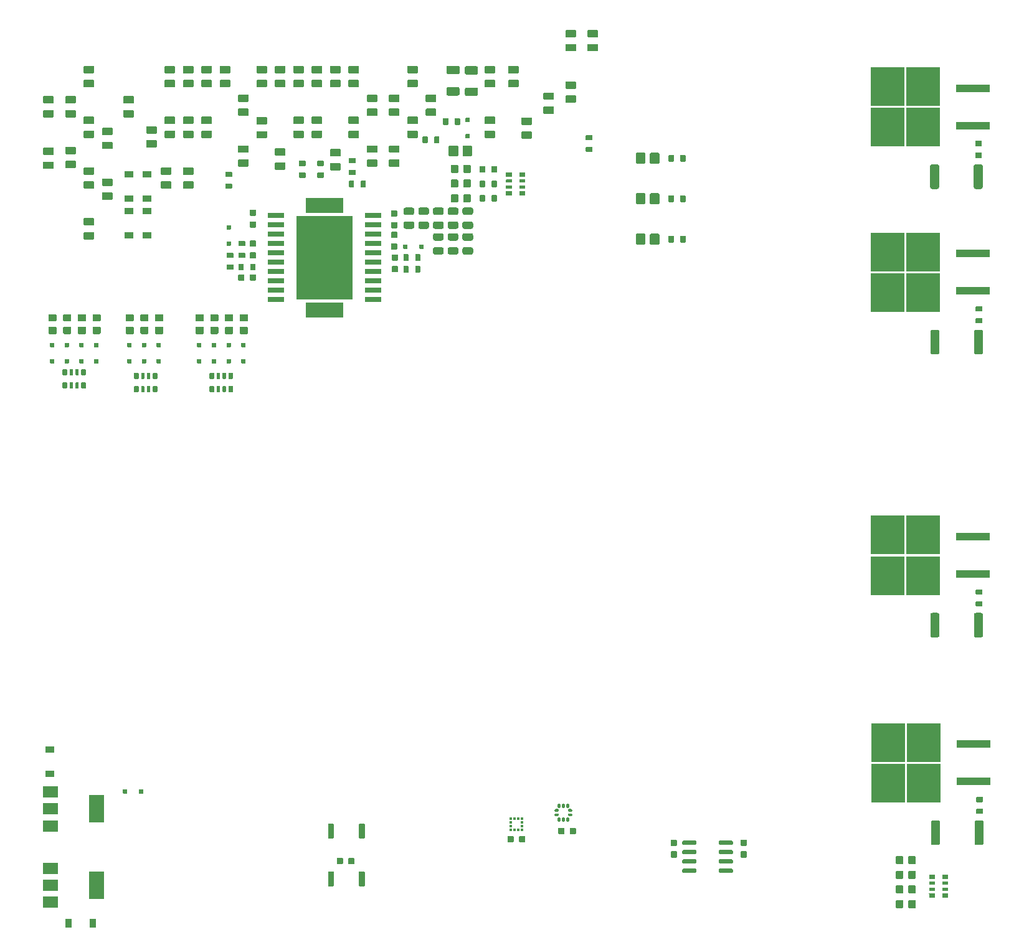
<source format=gtp>
G04 #@! TF.GenerationSoftware,KiCad,Pcbnew,(5.99.0-12392-g2f9c6dd5cc)*
G04 #@! TF.CreationDate,2021-09-19T22:51:57+03:00*
G04 #@! TF.ProjectId,hellen154hyundai,68656c6c-656e-4313-9534-6879756e6461,a*
G04 #@! TF.SameCoordinates,PX5f5e100PYc845880*
G04 #@! TF.FileFunction,Paste,Top*
G04 #@! TF.FilePolarity,Positive*
%FSLAX46Y46*%
G04 Gerber Fmt 4.6, Leading zero omitted, Abs format (unit mm)*
G04 Created by KiCad (PCBNEW (5.99.0-12392-g2f9c6dd5cc)) date 2021-09-19 22:51:57*
%MOMM*%
%LPD*%
G01*
G04 APERTURE LIST*
%ADD10R,4.550000X5.250000*%
%ADD11R,4.600000X1.100000*%
%ADD12R,1.200000X0.900000*%
%ADD13R,2.200000X0.800000*%
%ADD14R,5.080000X2.032000*%
%ADD15R,7.620000X11.430000*%
%ADD16R,2.000000X1.500000*%
%ADD17R,2.000000X3.800000*%
%ADD18O,0.000001X0.000001*%
%ADD19R,0.900000X1.200000*%
%ADD20R,0.350000X0.375000*%
%ADD21R,0.375000X0.350000*%
G04 APERTURE END LIST*
G04 #@! TO.C,R70*
G36*
G01*
X78350000Y112610000D02*
X78350000Y113390000D01*
G75*
G02*
X78420000Y113460000I70000J0D01*
G01*
X78980000Y113460000D01*
G75*
G02*
X79050000Y113390000I0J-70000D01*
G01*
X79050000Y112610000D01*
G75*
G02*
X78980000Y112540000I-70000J0D01*
G01*
X78420000Y112540000D01*
G75*
G02*
X78350000Y112610000I0J70000D01*
G01*
G37*
G36*
G01*
X79950000Y112610000D02*
X79950000Y113390000D01*
G75*
G02*
X80020000Y113460000I70000J0D01*
G01*
X80580000Y113460000D01*
G75*
G02*
X80650000Y113390000I0J-70000D01*
G01*
X80650000Y112610000D01*
G75*
G02*
X80580000Y112540000I-70000J0D01*
G01*
X80020000Y112540000D01*
G75*
G02*
X79950000Y112610000I0J70000D01*
G01*
G37*
G04 #@! TD*
G04 #@! TO.C,R31*
G36*
G01*
X33625000Y106349999D02*
X32375000Y106349999D01*
G75*
G02*
X32275000Y106449999I0J100000D01*
G01*
X32275000Y107249999D01*
G75*
G02*
X32375000Y107349999I100000J0D01*
G01*
X33625000Y107349999D01*
G75*
G02*
X33725000Y107249999I0J-100000D01*
G01*
X33725000Y106449999D01*
G75*
G02*
X33625000Y106349999I-100000J0D01*
G01*
G37*
G36*
G01*
X33625000Y108250021D02*
X32375000Y108250021D01*
G75*
G02*
X32275000Y108350021I0J100000D01*
G01*
X32275000Y109150021D01*
G75*
G02*
X32375000Y109250021I100000J0D01*
G01*
X33625000Y109250021D01*
G75*
G02*
X33725000Y109150021I0J-100000D01*
G01*
X33725000Y108350021D01*
G75*
G02*
X33625000Y108250021I-100000J0D01*
G01*
G37*
G04 #@! TD*
G04 #@! TO.C,R66*
G36*
G01*
X154537500Y48425001D02*
X154537500Y45575001D01*
G75*
G02*
X154287500Y45325001I-250000J0D01*
G01*
X153562500Y45325001D01*
G75*
G02*
X153312500Y45575001I0J250000D01*
G01*
X153312500Y48425001D01*
G75*
G02*
X153562500Y48675001I250000J0D01*
G01*
X154287500Y48675001D01*
G75*
G02*
X154537500Y48425001I0J-250000D01*
G01*
G37*
G36*
G01*
X148612500Y48425001D02*
X148612500Y45575001D01*
G75*
G02*
X148362500Y45325001I-250000J0D01*
G01*
X147637500Y45325001D01*
G75*
G02*
X147387500Y45575001I0J250000D01*
G01*
X147387500Y48425001D01*
G75*
G02*
X147637500Y48675001I250000J0D01*
G01*
X148362500Y48675001D01*
G75*
G02*
X148612500Y48425001I0J-250000D01*
G01*
G37*
G04 #@! TD*
G04 #@! TO.C,F1*
G36*
G01*
X84100000Y122105010D02*
X84100000Y122795010D01*
G75*
G02*
X84330000Y123025010I230000J0D01*
G01*
X85670000Y123025010D01*
G75*
G02*
X85900000Y122795010I0J-230000D01*
G01*
X85900000Y122105010D01*
G75*
G02*
X85670000Y121875010I-230000J0D01*
G01*
X84330000Y121875010D01*
G75*
G02*
X84100000Y122105010I0J230000D01*
G01*
G37*
G36*
G01*
X84100000Y119204990D02*
X84100000Y119894990D01*
G75*
G02*
X84330000Y120124990I230000J0D01*
G01*
X85670000Y120124990D01*
G75*
G02*
X85900000Y119894990I0J-230000D01*
G01*
X85900000Y119204990D01*
G75*
G02*
X85670000Y118974990I-230000J0D01*
G01*
X84330000Y118974990D01*
G75*
G02*
X84100000Y119204990I0J230000D01*
G01*
G37*
G04 #@! TD*
G04 #@! TO.C,C17*
G36*
G01*
X74160000Y103405002D02*
X74840000Y103405002D01*
G75*
G02*
X74925000Y103320002I0J-85000D01*
G01*
X74925000Y102640002D01*
G75*
G02*
X74840000Y102555002I-85000J0D01*
G01*
X74160000Y102555002D01*
G75*
G02*
X74075000Y102640002I0J85000D01*
G01*
X74075000Y103320002D01*
G75*
G02*
X74160000Y103405002I85000J0D01*
G01*
G37*
G36*
G01*
X74160000Y101825000D02*
X74840000Y101825000D01*
G75*
G02*
X74925000Y101740000I0J-85000D01*
G01*
X74925000Y101060000D01*
G75*
G02*
X74840000Y100975000I-85000J0D01*
G01*
X74160000Y100975000D01*
G75*
G02*
X74075000Y101060000I0J85000D01*
G01*
X74075000Y101740000D01*
G75*
G02*
X74160000Y101825000I85000J0D01*
G01*
G37*
G04 #@! TD*
D10*
G04 #@! TO.C,Q1*
X141650000Y25500000D03*
X146500000Y31050000D03*
X141650000Y31050000D03*
X146500000Y25500000D03*
D11*
X153225000Y25735000D03*
X153225000Y30815000D03*
G04 #@! TD*
G04 #@! TO.C,R14*
G36*
G01*
X86150000Y106610000D02*
X86150000Y107390000D01*
G75*
G02*
X86220000Y107460000I70000J0D01*
G01*
X86780000Y107460000D01*
G75*
G02*
X86850000Y107390000I0J-70000D01*
G01*
X86850000Y106610000D01*
G75*
G02*
X86780000Y106540000I-70000J0D01*
G01*
X86220000Y106540000D01*
G75*
G02*
X86150000Y106610000I0J70000D01*
G01*
G37*
G36*
G01*
X87750000Y106610000D02*
X87750000Y107390000D01*
G75*
G02*
X87820000Y107460000I70000J0D01*
G01*
X88380000Y107460000D01*
G75*
G02*
X88450000Y107390000I0J-70000D01*
G01*
X88450000Y106610000D01*
G75*
G02*
X88380000Y106540000I-70000J0D01*
G01*
X87820000Y106540000D01*
G75*
G02*
X87750000Y106610000I0J70000D01*
G01*
G37*
G04 #@! TD*
G04 #@! TO.C,R81*
G36*
G01*
X53350000Y95310000D02*
X53350000Y96090000D01*
G75*
G02*
X53420000Y96160000I70000J0D01*
G01*
X53980000Y96160000D01*
G75*
G02*
X54050000Y96090000I0J-70000D01*
G01*
X54050000Y95310000D01*
G75*
G02*
X53980000Y95240000I-70000J0D01*
G01*
X53420000Y95240000D01*
G75*
G02*
X53350000Y95310000I0J70000D01*
G01*
G37*
G36*
G01*
X54950000Y95310000D02*
X54950000Y96090000D01*
G75*
G02*
X55020000Y96160000I70000J0D01*
G01*
X55580000Y96160000D01*
G75*
G02*
X55650000Y96090000I0J-70000D01*
G01*
X55650000Y95310000D01*
G75*
G02*
X55580000Y95240000I-70000J0D01*
G01*
X55020000Y95240000D01*
G75*
G02*
X54950000Y95310000I0J70000D01*
G01*
G37*
G04 #@! TD*
G04 #@! TO.C,D13*
G36*
G01*
X29700000Y82660000D02*
X29700000Y83140000D01*
G75*
G02*
X29760000Y83200000I60000J0D01*
G01*
X30240000Y83200000D01*
G75*
G02*
X30300000Y83140000I0J-60000D01*
G01*
X30300000Y82660000D01*
G75*
G02*
X30240000Y82600000I-60000J0D01*
G01*
X29760000Y82600000D01*
G75*
G02*
X29700000Y82660000I0J60000D01*
G01*
G37*
G36*
G01*
X29700000Y84860000D02*
X29700000Y85340000D01*
G75*
G02*
X29760000Y85400000I60000J0D01*
G01*
X30240000Y85400000D01*
G75*
G02*
X30300000Y85340000I0J-60000D01*
G01*
X30300000Y84860000D01*
G75*
G02*
X30240000Y84800000I-60000J0D01*
G01*
X29760000Y84800000D01*
G75*
G02*
X29700000Y84860000I0J60000D01*
G01*
G37*
G04 #@! TD*
G04 #@! TO.C,R17*
G36*
G01*
X42125000Y111949999D02*
X40875000Y111949999D01*
G75*
G02*
X40775000Y112049999I0J100000D01*
G01*
X40775000Y112849999D01*
G75*
G02*
X40875000Y112949999I100000J0D01*
G01*
X42125000Y112949999D01*
G75*
G02*
X42225000Y112849999I0J-100000D01*
G01*
X42225000Y112049999D01*
G75*
G02*
X42125000Y111949999I-100000J0D01*
G01*
G37*
G36*
G01*
X42125000Y113850021D02*
X40875000Y113850021D01*
G75*
G02*
X40775000Y113950021I0J100000D01*
G01*
X40775000Y114750021D01*
G75*
G02*
X40875000Y114850021I100000J0D01*
G01*
X42125000Y114850021D01*
G75*
G02*
X42225000Y114750021I0J-100000D01*
G01*
X42225000Y113950021D01*
G75*
G02*
X42125000Y113850021I-100000J0D01*
G01*
G37*
G04 #@! TD*
G04 #@! TO.C,C5*
G36*
G01*
X122349999Y15394998D02*
X121669999Y15394998D01*
G75*
G02*
X121584999Y15479998I0J85000D01*
G01*
X121584999Y16159998D01*
G75*
G02*
X121669999Y16244998I85000J0D01*
G01*
X122349999Y16244998D01*
G75*
G02*
X122434999Y16159998I0J-85000D01*
G01*
X122434999Y15479998D01*
G75*
G02*
X122349999Y15394998I-85000J0D01*
G01*
G37*
G36*
G01*
X122349999Y16975000D02*
X121669999Y16975000D01*
G75*
G02*
X121584999Y17060000I0J85000D01*
G01*
X121584999Y17740000D01*
G75*
G02*
X121669999Y17825000I85000J0D01*
G01*
X122349999Y17825000D01*
G75*
G02*
X122434999Y17740000I0J-85000D01*
G01*
X122434999Y17060000D01*
G75*
G02*
X122349999Y16975000I-85000J0D01*
G01*
G37*
G04 #@! TD*
G04 #@! TO.C,R5*
G36*
G01*
X111800021Y110109999D02*
X111800021Y110889999D01*
G75*
G02*
X111870021Y110959999I70000J0D01*
G01*
X112430021Y110959999D01*
G75*
G02*
X112500021Y110889999I0J-70000D01*
G01*
X112500021Y110109999D01*
G75*
G02*
X112430021Y110039999I-70000J0D01*
G01*
X111870021Y110039999D01*
G75*
G02*
X111800021Y110109999I0J70000D01*
G01*
G37*
G36*
G01*
X113400021Y110109999D02*
X113400021Y110889999D01*
G75*
G02*
X113470021Y110959999I70000J0D01*
G01*
X114030021Y110959999D01*
G75*
G02*
X114100021Y110889999I0J-70000D01*
G01*
X114100021Y110109999D01*
G75*
G02*
X114030021Y110039999I-70000J0D01*
G01*
X113470021Y110039999D01*
G75*
G02*
X113400021Y110109999I0J70000D01*
G01*
G37*
G04 #@! TD*
G04 #@! TO.C,R30*
G36*
G01*
X36125000Y111749999D02*
X34875000Y111749999D01*
G75*
G02*
X34775000Y111849999I0J100000D01*
G01*
X34775000Y112649999D01*
G75*
G02*
X34875000Y112749999I100000J0D01*
G01*
X36125000Y112749999D01*
G75*
G02*
X36225000Y112649999I0J-100000D01*
G01*
X36225000Y111849999D01*
G75*
G02*
X36125000Y111749999I-100000J0D01*
G01*
G37*
G36*
G01*
X36125000Y113650021D02*
X34875000Y113650021D01*
G75*
G02*
X34775000Y113750021I0J100000D01*
G01*
X34775000Y114550021D01*
G75*
G02*
X34875000Y114650021I100000J0D01*
G01*
X36125000Y114650021D01*
G75*
G02*
X36225000Y114550021I0J-100000D01*
G01*
X36225000Y113750021D01*
G75*
G02*
X36125000Y113650021I-100000J0D01*
G01*
G37*
G04 #@! TD*
G04 #@! TO.C,R26*
G36*
G01*
X64625000Y113249999D02*
X63375000Y113249999D01*
G75*
G02*
X63275000Y113349999I0J100000D01*
G01*
X63275000Y114149999D01*
G75*
G02*
X63375000Y114249999I100000J0D01*
G01*
X64625000Y114249999D01*
G75*
G02*
X64725000Y114149999I0J-100000D01*
G01*
X64725000Y113349999D01*
G75*
G02*
X64625000Y113249999I-100000J0D01*
G01*
G37*
G36*
G01*
X64625000Y115150021D02*
X63375000Y115150021D01*
G75*
G02*
X63275000Y115250021I0J100000D01*
G01*
X63275000Y116050021D01*
G75*
G02*
X63375000Y116150021I100000J0D01*
G01*
X64625000Y116150021D01*
G75*
G02*
X64725000Y116050021I0J-100000D01*
G01*
X64725000Y115250021D01*
G75*
G02*
X64625000Y115150021I-100000J0D01*
G01*
G37*
G04 #@! TD*
G04 #@! TO.C,U3*
G36*
G01*
X113650000Y17255000D02*
X113650000Y17555000D01*
G75*
G02*
X113800000Y17705000I150000J0D01*
G01*
X115450000Y17705000D01*
G75*
G02*
X115600000Y17555000I0J-150000D01*
G01*
X115600000Y17255000D01*
G75*
G02*
X115450000Y17105000I-150000J0D01*
G01*
X113800000Y17105000D01*
G75*
G02*
X113650000Y17255000I0J150000D01*
G01*
G37*
G36*
G01*
X113650000Y15985000D02*
X113650000Y16285000D01*
G75*
G02*
X113800000Y16435000I150000J0D01*
G01*
X115450000Y16435000D01*
G75*
G02*
X115600000Y16285000I0J-150000D01*
G01*
X115600000Y15985000D01*
G75*
G02*
X115450000Y15835000I-150000J0D01*
G01*
X113800000Y15835000D01*
G75*
G02*
X113650000Y15985000I0J150000D01*
G01*
G37*
G36*
G01*
X113650000Y14715000D02*
X113650000Y15015000D01*
G75*
G02*
X113800000Y15165000I150000J0D01*
G01*
X115450000Y15165000D01*
G75*
G02*
X115600000Y15015000I0J-150000D01*
G01*
X115600000Y14715000D01*
G75*
G02*
X115450000Y14565000I-150000J0D01*
G01*
X113800000Y14565000D01*
G75*
G02*
X113650000Y14715000I0J150000D01*
G01*
G37*
G36*
G01*
X113650000Y13445000D02*
X113650000Y13745000D01*
G75*
G02*
X113800000Y13895000I150000J0D01*
G01*
X115450000Y13895000D01*
G75*
G02*
X115600000Y13745000I0J-150000D01*
G01*
X115600000Y13445000D01*
G75*
G02*
X115450000Y13295000I-150000J0D01*
G01*
X113800000Y13295000D01*
G75*
G02*
X113650000Y13445000I0J150000D01*
G01*
G37*
G36*
G01*
X118600000Y13445000D02*
X118600000Y13745000D01*
G75*
G02*
X118750000Y13895000I150000J0D01*
G01*
X120400000Y13895000D01*
G75*
G02*
X120550000Y13745000I0J-150000D01*
G01*
X120550000Y13445000D01*
G75*
G02*
X120400000Y13295000I-150000J0D01*
G01*
X118750000Y13295000D01*
G75*
G02*
X118600000Y13445000I0J150000D01*
G01*
G37*
G36*
G01*
X118600000Y14715000D02*
X118600000Y15015000D01*
G75*
G02*
X118750000Y15165000I150000J0D01*
G01*
X120400000Y15165000D01*
G75*
G02*
X120550000Y15015000I0J-150000D01*
G01*
X120550000Y14715000D01*
G75*
G02*
X120400000Y14565000I-150000J0D01*
G01*
X118750000Y14565000D01*
G75*
G02*
X118600000Y14715000I0J150000D01*
G01*
G37*
G36*
G01*
X118600000Y15985000D02*
X118600000Y16285000D01*
G75*
G02*
X118750000Y16435000I150000J0D01*
G01*
X120400000Y16435000D01*
G75*
G02*
X120550000Y16285000I0J-150000D01*
G01*
X120550000Y15985000D01*
G75*
G02*
X120400000Y15835000I-150000J0D01*
G01*
X118750000Y15835000D01*
G75*
G02*
X118600000Y15985000I0J150000D01*
G01*
G37*
G36*
G01*
X118600000Y17255000D02*
X118600000Y17555000D01*
G75*
G02*
X118750000Y17705000I150000J0D01*
G01*
X120400000Y17705000D01*
G75*
G02*
X120550000Y17555000I0J-150000D01*
G01*
X120550000Y17255000D01*
G75*
G02*
X120400000Y17105000I-150000J0D01*
G01*
X118750000Y17105000D01*
G75*
G02*
X118600000Y17255000I0J150000D01*
G01*
G37*
G04 #@! TD*
G04 #@! TO.C,R67*
G36*
G01*
X154537500Y86925001D02*
X154537500Y84075001D01*
G75*
G02*
X154287500Y83825001I-250000J0D01*
G01*
X153562500Y83825001D01*
G75*
G02*
X153312500Y84075001I0J250000D01*
G01*
X153312500Y86925001D01*
G75*
G02*
X153562500Y87175001I250000J0D01*
G01*
X154287500Y87175001D01*
G75*
G02*
X154537500Y86925001I0J-250000D01*
G01*
G37*
G36*
G01*
X148612500Y86925001D02*
X148612500Y84075001D01*
G75*
G02*
X148362500Y83825001I-250000J0D01*
G01*
X147637500Y83825001D01*
G75*
G02*
X147387500Y84075001I0J250000D01*
G01*
X147387500Y86925001D01*
G75*
G02*
X147637500Y87175001I250000J0D01*
G01*
X148362500Y87175001D01*
G75*
G02*
X148612500Y86925001I0J-250000D01*
G01*
G37*
G04 #@! TD*
G04 #@! TO.C,D16*
G36*
G01*
X47600002Y89299999D02*
X48500002Y89299999D01*
G75*
G02*
X48600002Y89199999I0J-100000D01*
G01*
X48600002Y88399999D01*
G75*
G02*
X48500002Y88299999I-100000J0D01*
G01*
X47600002Y88299999D01*
G75*
G02*
X47500002Y88399999I0J100000D01*
G01*
X47500002Y89199999D01*
G75*
G02*
X47600002Y89299999I100000J0D01*
G01*
G37*
G36*
G01*
X47600002Y87599999D02*
X48500002Y87599999D01*
G75*
G02*
X48600002Y87499999I0J-100000D01*
G01*
X48600002Y86699999D01*
G75*
G02*
X48500002Y86599999I-100000J0D01*
G01*
X47600002Y86599999D01*
G75*
G02*
X47500002Y86699999I0J100000D01*
G01*
X47500002Y87499999D01*
G75*
G02*
X47600002Y87599999I100000J0D01*
G01*
G37*
G04 #@! TD*
G04 #@! TO.C,R52*
G36*
G01*
X47125000Y120149999D02*
X45875000Y120149999D01*
G75*
G02*
X45775000Y120249999I0J100000D01*
G01*
X45775000Y121049999D01*
G75*
G02*
X45875000Y121149999I100000J0D01*
G01*
X47125000Y121149999D01*
G75*
G02*
X47225000Y121049999I0J-100000D01*
G01*
X47225000Y120249999D01*
G75*
G02*
X47125000Y120149999I-100000J0D01*
G01*
G37*
G36*
G01*
X47125000Y122050021D02*
X45875000Y122050021D01*
G75*
G02*
X45775000Y122150021I0J100000D01*
G01*
X45775000Y122950021D01*
G75*
G02*
X45875000Y123050021I100000J0D01*
G01*
X47125000Y123050021D01*
G75*
G02*
X47225000Y122950021I0J-100000D01*
G01*
X47225000Y122150021D01*
G75*
G02*
X47125000Y122050021I-100000J0D01*
G01*
G37*
G04 #@! TD*
G04 #@! TO.C,R49*
G36*
G01*
X57125000Y113200000D02*
X55875000Y113200000D01*
G75*
G02*
X55775000Y113300000I0J100000D01*
G01*
X55775000Y114100000D01*
G75*
G02*
X55875000Y114200000I100000J0D01*
G01*
X57125000Y114200000D01*
G75*
G02*
X57225000Y114100000I0J-100000D01*
G01*
X57225000Y113300000D01*
G75*
G02*
X57125000Y113200000I-100000J0D01*
G01*
G37*
G36*
G01*
X57125000Y115100022D02*
X55875000Y115100022D01*
G75*
G02*
X55775000Y115200022I0J100000D01*
G01*
X55775000Y116000022D01*
G75*
G02*
X55875000Y116100022I100000J0D01*
G01*
X57125000Y116100022D01*
G75*
G02*
X57225000Y116000022I0J-100000D01*
G01*
X57225000Y115200022D01*
G75*
G02*
X57125000Y115100022I-100000J0D01*
G01*
G37*
G04 #@! TD*
G04 #@! TO.C,D27*
G36*
G01*
X82200001Y108600002D02*
X82200001Y109500002D01*
G75*
G02*
X82300001Y109600002I100000J0D01*
G01*
X83100001Y109600002D01*
G75*
G02*
X83200001Y109500002I0J-100000D01*
G01*
X83200001Y108600002D01*
G75*
G02*
X83100001Y108500002I-100000J0D01*
G01*
X82300001Y108500002D01*
G75*
G02*
X82200001Y108600002I0J100000D01*
G01*
G37*
G36*
G01*
X83900001Y108600002D02*
X83900001Y109500002D01*
G75*
G02*
X84000001Y109600002I100000J0D01*
G01*
X84800001Y109600002D01*
G75*
G02*
X84900001Y109500002I0J-100000D01*
G01*
X84900001Y108600002D01*
G75*
G02*
X84800001Y108500002I-100000J0D01*
G01*
X84000001Y108500002D01*
G75*
G02*
X83900001Y108600002I0J100000D01*
G01*
G37*
G04 #@! TD*
G04 #@! TO.C,R25*
G36*
G01*
X69625000Y113249999D02*
X68375000Y113249999D01*
G75*
G02*
X68275000Y113349999I0J100000D01*
G01*
X68275000Y114149999D01*
G75*
G02*
X68375000Y114249999I100000J0D01*
G01*
X69625000Y114249999D01*
G75*
G02*
X69725000Y114149999I0J-100000D01*
G01*
X69725000Y113349999D01*
G75*
G02*
X69625000Y113249999I-100000J0D01*
G01*
G37*
G36*
G01*
X69625000Y115150021D02*
X68375000Y115150021D01*
G75*
G02*
X68275000Y115250021I0J100000D01*
G01*
X68275000Y116050021D01*
G75*
G02*
X68375000Y116150021I100000J0D01*
G01*
X69625000Y116150021D01*
G75*
G02*
X69725000Y116050021I0J-100000D01*
G01*
X69725000Y115250021D01*
G75*
G02*
X69625000Y115150021I-100000J0D01*
G01*
G37*
G04 #@! TD*
G04 #@! TO.C,R62*
G36*
G01*
X153610000Y51850000D02*
X154390000Y51850000D01*
G75*
G02*
X154460000Y51780000I0J-70000D01*
G01*
X154460000Y51220000D01*
G75*
G02*
X154390000Y51150000I-70000J0D01*
G01*
X153610000Y51150000D01*
G75*
G02*
X153540000Y51220000I0J70000D01*
G01*
X153540000Y51780000D01*
G75*
G02*
X153610000Y51850000I70000J0D01*
G01*
G37*
G36*
G01*
X153610000Y50250000D02*
X154390000Y50250000D01*
G75*
G02*
X154460000Y50180000I0J-70000D01*
G01*
X154460000Y49620000D01*
G75*
G02*
X154390000Y49550000I-70000J0D01*
G01*
X153610000Y49550000D01*
G75*
G02*
X153540000Y49620000I0J70000D01*
G01*
X153540000Y50180000D01*
G75*
G02*
X153610000Y50250000I70000J0D01*
G01*
G37*
G04 #@! TD*
G04 #@! TO.C,C2*
G36*
G01*
X76025000Y103799999D02*
X76975000Y103799999D01*
G75*
G02*
X77225000Y103549999I0J-250000D01*
G01*
X77225000Y103049999D01*
G75*
G02*
X76975000Y102799999I-250000J0D01*
G01*
X76025000Y102799999D01*
G75*
G02*
X75775000Y103049999I0J250000D01*
G01*
X75775000Y103549999D01*
G75*
G02*
X76025000Y103799999I250000J0D01*
G01*
G37*
G36*
G01*
X76025000Y101899999D02*
X76975000Y101899999D01*
G75*
G02*
X77225000Y101649999I0J-250000D01*
G01*
X77225000Y101149999D01*
G75*
G02*
X76975000Y100899999I-250000J0D01*
G01*
X76025000Y100899999D01*
G75*
G02*
X75775000Y101149999I0J250000D01*
G01*
X75775000Y101649999D01*
G75*
G02*
X76025000Y101899999I250000J0D01*
G01*
G37*
G04 #@! TD*
G04 #@! TO.C,D26*
G36*
G01*
X82200001Y106600003D02*
X82200001Y107500003D01*
G75*
G02*
X82300001Y107600003I100000J0D01*
G01*
X83100001Y107600003D01*
G75*
G02*
X83200001Y107500003I0J-100000D01*
G01*
X83200001Y106600003D01*
G75*
G02*
X83100001Y106500003I-100000J0D01*
G01*
X82300001Y106500003D01*
G75*
G02*
X82200001Y106600003I0J100000D01*
G01*
G37*
G36*
G01*
X83900001Y106600003D02*
X83900001Y107500003D01*
G75*
G02*
X84000001Y107600003I100000J0D01*
G01*
X84800001Y107600003D01*
G75*
G02*
X84900001Y107500003I0J-100000D01*
G01*
X84900001Y106600003D01*
G75*
G02*
X84800001Y106500003I-100000J0D01*
G01*
X84000001Y106500003D01*
G75*
G02*
X83900001Y106600003I0J100000D01*
G01*
G37*
G04 #@! TD*
G04 #@! TO.C,R76*
G36*
G01*
X39125000Y78765000D02*
X39125000Y79435000D01*
G75*
G02*
X39190000Y79500000I65000J0D01*
G01*
X39710000Y79500000D01*
G75*
G02*
X39775000Y79435000I0J-65000D01*
G01*
X39775000Y78765000D01*
G75*
G02*
X39710000Y78700000I-65000J0D01*
G01*
X39190000Y78700000D01*
G75*
G02*
X39125000Y78765000I0J65000D01*
G01*
G37*
G36*
G01*
X40100000Y78745000D02*
X40100000Y79455000D01*
G75*
G02*
X40145000Y79500000I45000J0D01*
G01*
X40505000Y79500000D01*
G75*
G02*
X40550000Y79455000I0J-45000D01*
G01*
X40550000Y78745000D01*
G75*
G02*
X40505000Y78700000I-45000J0D01*
G01*
X40145000Y78700000D01*
G75*
G02*
X40100000Y78745000I0J45000D01*
G01*
G37*
G36*
G01*
X40900000Y78745000D02*
X40900000Y79455000D01*
G75*
G02*
X40945000Y79500000I45000J0D01*
G01*
X41305000Y79500000D01*
G75*
G02*
X41350000Y79455000I0J-45000D01*
G01*
X41350000Y78745000D01*
G75*
G02*
X41305000Y78700000I-45000J0D01*
G01*
X40945000Y78700000D01*
G75*
G02*
X40900000Y78745000I0J45000D01*
G01*
G37*
G36*
G01*
X41675000Y78765000D02*
X41675000Y79435000D01*
G75*
G02*
X41740000Y79500000I65000J0D01*
G01*
X42260000Y79500000D01*
G75*
G02*
X42325000Y79435000I0J-65000D01*
G01*
X42325000Y78765000D01*
G75*
G02*
X42260000Y78700000I-65000J0D01*
G01*
X41740000Y78700000D01*
G75*
G02*
X41675000Y78765000I0J65000D01*
G01*
G37*
G36*
G01*
X41675000Y80565000D02*
X41675000Y81235000D01*
G75*
G02*
X41740000Y81300000I65000J0D01*
G01*
X42260000Y81300000D01*
G75*
G02*
X42325000Y81235000I0J-65000D01*
G01*
X42325000Y80565000D01*
G75*
G02*
X42260000Y80500000I-65000J0D01*
G01*
X41740000Y80500000D01*
G75*
G02*
X41675000Y80565000I0J65000D01*
G01*
G37*
G36*
G01*
X40900000Y80545000D02*
X40900000Y81255000D01*
G75*
G02*
X40945000Y81300000I45000J0D01*
G01*
X41305000Y81300000D01*
G75*
G02*
X41350000Y81255000I0J-45000D01*
G01*
X41350000Y80545000D01*
G75*
G02*
X41305000Y80500000I-45000J0D01*
G01*
X40945000Y80500000D01*
G75*
G02*
X40900000Y80545000I0J45000D01*
G01*
G37*
G36*
G01*
X40100000Y80545000D02*
X40100000Y81255000D01*
G75*
G02*
X40145000Y81300000I45000J0D01*
G01*
X40505000Y81300000D01*
G75*
G02*
X40550000Y81255000I0J-45000D01*
G01*
X40550000Y80545000D01*
G75*
G02*
X40505000Y80500000I-45000J0D01*
G01*
X40145000Y80500000D01*
G75*
G02*
X40100000Y80545000I0J45000D01*
G01*
G37*
G36*
G01*
X39125000Y80565000D02*
X39125000Y81235000D01*
G75*
G02*
X39190000Y81300000I65000J0D01*
G01*
X39710000Y81300000D01*
G75*
G02*
X39775000Y81235000I0J-65000D01*
G01*
X39775000Y80565000D01*
G75*
G02*
X39710000Y80500000I-65000J0D01*
G01*
X39190000Y80500000D01*
G75*
G02*
X39125000Y80565000I0J65000D01*
G01*
G37*
G04 #@! TD*
D12*
G04 #@! TO.C,D4*
X40939195Y103330049D03*
X40939195Y100030049D03*
G04 #@! TD*
G04 #@! TO.C,R28*
G36*
G01*
X54625000Y109349999D02*
X53375000Y109349999D01*
G75*
G02*
X53275000Y109449999I0J100000D01*
G01*
X53275000Y110249999D01*
G75*
G02*
X53375000Y110349999I100000J0D01*
G01*
X54625000Y110349999D01*
G75*
G02*
X54725000Y110249999I0J-100000D01*
G01*
X54725000Y109449999D01*
G75*
G02*
X54625000Y109349999I-100000J0D01*
G01*
G37*
G36*
G01*
X54625000Y111250021D02*
X53375000Y111250021D01*
G75*
G02*
X53275000Y111350021I0J100000D01*
G01*
X53275000Y112150021D01*
G75*
G02*
X53375000Y112250021I100000J0D01*
G01*
X54625000Y112250021D01*
G75*
G02*
X54725000Y112150021I0J-100000D01*
G01*
X54725000Y111350021D01*
G75*
G02*
X54625000Y111250021I-100000J0D01*
G01*
G37*
G04 #@! TD*
G04 #@! TO.C,R18*
G36*
G01*
X36125000Y104849999D02*
X34875000Y104849999D01*
G75*
G02*
X34775000Y104949999I0J100000D01*
G01*
X34775000Y105749999D01*
G75*
G02*
X34875000Y105849999I100000J0D01*
G01*
X36125000Y105849999D01*
G75*
G02*
X36225000Y105749999I0J-100000D01*
G01*
X36225000Y104949999D01*
G75*
G02*
X36125000Y104849999I-100000J0D01*
G01*
G37*
G36*
G01*
X36125000Y106750021D02*
X34875000Y106750021D01*
G75*
G02*
X34775000Y106850021I0J100000D01*
G01*
X34775000Y107650021D01*
G75*
G02*
X34875000Y107750021I100000J0D01*
G01*
X36125000Y107750021D01*
G75*
G02*
X36225000Y107650021I0J-100000D01*
G01*
X36225000Y106850021D01*
G75*
G02*
X36125000Y106750021I-100000J0D01*
G01*
G37*
G04 #@! TD*
G04 #@! TO.C,R68*
G36*
G01*
X154500000Y109425000D02*
X154500000Y106575000D01*
G75*
G02*
X154250000Y106325000I-250000J0D01*
G01*
X153525000Y106325000D01*
G75*
G02*
X153275000Y106575000I0J250000D01*
G01*
X153275000Y109425000D01*
G75*
G02*
X153525000Y109675000I250000J0D01*
G01*
X154250000Y109675000D01*
G75*
G02*
X154500000Y109425000I0J-250000D01*
G01*
G37*
G36*
G01*
X148575000Y109425000D02*
X148575000Y106575000D01*
G75*
G02*
X148325000Y106325000I-250000J0D01*
G01*
X147600000Y106325000D01*
G75*
G02*
X147350000Y106575000I0J250000D01*
G01*
X147350000Y109425000D01*
G75*
G02*
X147600000Y109675000I250000J0D01*
G01*
X148325000Y109675000D01*
G75*
G02*
X148575000Y109425000I0J-250000D01*
G01*
G37*
G04 #@! TD*
G04 #@! TO.C,D6*
G36*
G01*
X27600002Y89299999D02*
X28500002Y89299999D01*
G75*
G02*
X28600002Y89199999I0J-100000D01*
G01*
X28600002Y88399999D01*
G75*
G02*
X28500002Y88299999I-100000J0D01*
G01*
X27600002Y88299999D01*
G75*
G02*
X27500002Y88399999I0J100000D01*
G01*
X27500002Y89199999D01*
G75*
G02*
X27600002Y89299999I100000J0D01*
G01*
G37*
G36*
G01*
X27600002Y87599999D02*
X28500002Y87599999D01*
G75*
G02*
X28600002Y87499999I0J-100000D01*
G01*
X28600002Y86699999D01*
G75*
G02*
X28500002Y86599999I-100000J0D01*
G01*
X27600002Y86599999D01*
G75*
G02*
X27500002Y86699999I0J100000D01*
G01*
X27500002Y87499999D01*
G75*
G02*
X27600002Y87599999I100000J0D01*
G01*
G37*
G04 #@! TD*
D13*
G04 #@! TO.C,U2*
X58400000Y102715000D03*
X58400000Y101445000D03*
X58400000Y100175000D03*
X58400000Y98905000D03*
X58400000Y97635000D03*
X58400000Y96365000D03*
X58400000Y95095000D03*
X58400000Y93825000D03*
X58400000Y92555000D03*
X58400000Y91285000D03*
X71600000Y91285000D03*
X71600000Y92555000D03*
X71600000Y93825000D03*
X71600000Y95095000D03*
X71600000Y96365000D03*
X71600000Y97635000D03*
X71600000Y98905000D03*
X71600000Y100175000D03*
X71600000Y101445000D03*
X71600000Y102715000D03*
D14*
X65000000Y104112000D03*
D15*
X65000000Y97000000D03*
D14*
X65000000Y89888000D03*
G04 #@! TD*
G04 #@! TO.C,C19*
G36*
G01*
X96784999Y18660000D02*
X96784999Y19340000D01*
G75*
G02*
X96869999Y19425000I85000J0D01*
G01*
X97549999Y19425000D01*
G75*
G02*
X97634999Y19340000I0J-85000D01*
G01*
X97634999Y18660000D01*
G75*
G02*
X97549999Y18575000I-85000J0D01*
G01*
X96869999Y18575000D01*
G75*
G02*
X96784999Y18660000I0J85000D01*
G01*
G37*
G36*
G01*
X98365001Y18660000D02*
X98365001Y19340000D01*
G75*
G02*
X98450001Y19425000I85000J0D01*
G01*
X99130001Y19425000D01*
G75*
G02*
X99215001Y19340000I0J-85000D01*
G01*
X99215001Y18660000D01*
G75*
G02*
X99130001Y18575000I-85000J0D01*
G01*
X98450001Y18575000D01*
G75*
G02*
X98365001Y18660000I0J85000D01*
G01*
G37*
G04 #@! TD*
G04 #@! TO.C,R32*
G36*
G01*
X77625000Y120149999D02*
X76375000Y120149999D01*
G75*
G02*
X76275000Y120249999I0J100000D01*
G01*
X76275000Y121049999D01*
G75*
G02*
X76375000Y121149999I100000J0D01*
G01*
X77625000Y121149999D01*
G75*
G02*
X77725000Y121049999I0J-100000D01*
G01*
X77725000Y120249999D01*
G75*
G02*
X77625000Y120149999I-100000J0D01*
G01*
G37*
G36*
G01*
X77625000Y122050021D02*
X76375000Y122050021D01*
G75*
G02*
X76275000Y122150021I0J100000D01*
G01*
X76275000Y122950021D01*
G75*
G02*
X76375000Y123050021I100000J0D01*
G01*
X77625000Y123050021D01*
G75*
G02*
X77725000Y122950021I0J-100000D01*
G01*
X77725000Y122150021D01*
G75*
G02*
X77625000Y122050021I-100000J0D01*
G01*
G37*
G04 #@! TD*
G04 #@! TO.C,R77*
G36*
G01*
X78050000Y97390000D02*
X78050000Y96610000D01*
G75*
G02*
X77980000Y96540000I-70000J0D01*
G01*
X77420000Y96540000D01*
G75*
G02*
X77350000Y96610000I0J70000D01*
G01*
X77350000Y97390000D01*
G75*
G02*
X77420000Y97460000I70000J0D01*
G01*
X77980000Y97460000D01*
G75*
G02*
X78050000Y97390000I0J-70000D01*
G01*
G37*
G36*
G01*
X76450000Y97390000D02*
X76450000Y96610000D01*
G75*
G02*
X76380000Y96540000I-70000J0D01*
G01*
X75820000Y96540000D01*
G75*
G02*
X75750000Y96610000I0J70000D01*
G01*
X75750000Y97390000D01*
G75*
G02*
X75820000Y97460000I70000J0D01*
G01*
X76380000Y97460000D01*
G75*
G02*
X76450000Y97390000I0J-70000D01*
G01*
G37*
G04 #@! TD*
G04 #@! TO.C,R58*
G36*
G01*
X102125000Y125049999D02*
X100875000Y125049999D01*
G75*
G02*
X100775000Y125149999I0J100000D01*
G01*
X100775000Y125949999D01*
G75*
G02*
X100875000Y126049999I100000J0D01*
G01*
X102125000Y126049999D01*
G75*
G02*
X102225000Y125949999I0J-100000D01*
G01*
X102225000Y125149999D01*
G75*
G02*
X102125000Y125049999I-100000J0D01*
G01*
G37*
G36*
G01*
X102125000Y126950021D02*
X100875000Y126950021D01*
G75*
G02*
X100775000Y127050021I0J100000D01*
G01*
X100775000Y127850021D01*
G75*
G02*
X100875000Y127950021I100000J0D01*
G01*
X102125000Y127950021D01*
G75*
G02*
X102225000Y127850021I0J-100000D01*
G01*
X102225000Y127050021D01*
G75*
G02*
X102125000Y126950021I-100000J0D01*
G01*
G37*
G04 #@! TD*
G04 #@! TO.C,R11*
G36*
G01*
X57125000Y120149999D02*
X55875000Y120149999D01*
G75*
G02*
X55775000Y120249999I0J100000D01*
G01*
X55775000Y121049999D01*
G75*
G02*
X55875000Y121149999I100000J0D01*
G01*
X57125000Y121149999D01*
G75*
G02*
X57225000Y121049999I0J-100000D01*
G01*
X57225000Y120249999D01*
G75*
G02*
X57125000Y120149999I-100000J0D01*
G01*
G37*
G36*
G01*
X57125000Y122050021D02*
X55875000Y122050021D01*
G75*
G02*
X55775000Y122150021I0J100000D01*
G01*
X55775000Y122950021D01*
G75*
G02*
X55875000Y123050021I100000J0D01*
G01*
X57125000Y123050021D01*
G75*
G02*
X57225000Y122950021I0J-100000D01*
G01*
X57225000Y122150021D01*
G75*
G02*
X57125000Y122050021I-100000J0D01*
G01*
G37*
G04 #@! TD*
G04 #@! TO.C,D11*
G36*
G01*
X108650000Y111120000D02*
X108650000Y109880000D01*
G75*
G02*
X108520000Y109750000I-130000J0D01*
G01*
X107480000Y109750000D01*
G75*
G02*
X107350000Y109880000I0J130000D01*
G01*
X107350000Y111120000D01*
G75*
G02*
X107480000Y111250000I130000J0D01*
G01*
X108520000Y111250000D01*
G75*
G02*
X108650000Y111120000I0J-130000D01*
G01*
G37*
G36*
G01*
X110550021Y111120000D02*
X110550021Y109880000D01*
G75*
G02*
X110420021Y109750000I-130000J0D01*
G01*
X109380021Y109750000D01*
G75*
G02*
X109250021Y109880000I0J130000D01*
G01*
X109250021Y111120000D01*
G75*
G02*
X109380021Y111250000I130000J0D01*
G01*
X110420021Y111250000D01*
G75*
G02*
X110550021Y111120000I0J-130000D01*
G01*
G37*
G04 #@! TD*
G04 #@! TO.C,R75*
G36*
G01*
X64890000Y107850000D02*
X64110000Y107850000D01*
G75*
G02*
X64040000Y107920000I0J70000D01*
G01*
X64040000Y108480000D01*
G75*
G02*
X64110000Y108550000I70000J0D01*
G01*
X64890000Y108550000D01*
G75*
G02*
X64960000Y108480000I0J-70000D01*
G01*
X64960000Y107920000D01*
G75*
G02*
X64890000Y107850000I-70000J0D01*
G01*
G37*
G36*
G01*
X64890000Y109450000D02*
X64110000Y109450000D01*
G75*
G02*
X64040000Y109520000I0J70000D01*
G01*
X64040000Y110080000D01*
G75*
G02*
X64110000Y110150000I70000J0D01*
G01*
X64890000Y110150000D01*
G75*
G02*
X64960000Y110080000I0J-70000D01*
G01*
X64960000Y109520000D01*
G75*
G02*
X64890000Y109450000I-70000J0D01*
G01*
G37*
G04 #@! TD*
G04 #@! TO.C,R10*
G36*
G01*
X59625000Y108949999D02*
X58375000Y108949999D01*
G75*
G02*
X58275000Y109049999I0J100000D01*
G01*
X58275000Y109849999D01*
G75*
G02*
X58375000Y109949999I100000J0D01*
G01*
X59625000Y109949999D01*
G75*
G02*
X59725000Y109849999I0J-100000D01*
G01*
X59725000Y109049999D01*
G75*
G02*
X59625000Y108949999I-100000J0D01*
G01*
G37*
G36*
G01*
X59625000Y110850021D02*
X58375000Y110850021D01*
G75*
G02*
X58275000Y110950021I0J100000D01*
G01*
X58275000Y111750021D01*
G75*
G02*
X58375000Y111850021I100000J0D01*
G01*
X59625000Y111850021D01*
G75*
G02*
X59725000Y111750021I0J-100000D01*
G01*
X59725000Y110950021D01*
G75*
G02*
X59625000Y110850021I-100000J0D01*
G01*
G37*
G04 #@! TD*
G04 #@! TO.C,D5*
G36*
G01*
X84200000Y113260000D02*
X84200000Y113740000D01*
G75*
G02*
X84260000Y113800000I60000J0D01*
G01*
X84740000Y113800000D01*
G75*
G02*
X84800000Y113740000I0J-60000D01*
G01*
X84800000Y113260000D01*
G75*
G02*
X84740000Y113200000I-60000J0D01*
G01*
X84260000Y113200000D01*
G75*
G02*
X84200000Y113260000I0J60000D01*
G01*
G37*
G36*
G01*
X84200000Y115460000D02*
X84200000Y115940000D01*
G75*
G02*
X84260000Y116000000I60000J0D01*
G01*
X84740000Y116000000D01*
G75*
G02*
X84800000Y115940000I0J-60000D01*
G01*
X84800000Y115460000D01*
G75*
G02*
X84740000Y115400000I-60000J0D01*
G01*
X84260000Y115400000D01*
G75*
G02*
X84200000Y115460000I0J60000D01*
G01*
G37*
G04 #@! TD*
G04 #@! TO.C,R44*
G36*
G01*
X28125000Y109049999D02*
X26875000Y109049999D01*
G75*
G02*
X26775000Y109149999I0J100000D01*
G01*
X26775000Y109949999D01*
G75*
G02*
X26875000Y110049999I100000J0D01*
G01*
X28125000Y110049999D01*
G75*
G02*
X28225000Y109949999I0J-100000D01*
G01*
X28225000Y109149999D01*
G75*
G02*
X28125000Y109049999I-100000J0D01*
G01*
G37*
G36*
G01*
X28125000Y110950021D02*
X26875000Y110950021D01*
G75*
G02*
X26775000Y111050021I0J100000D01*
G01*
X26775000Y111850021D01*
G75*
G02*
X26875000Y111950021I100000J0D01*
G01*
X28125000Y111950021D01*
G75*
G02*
X28225000Y111850021I0J-100000D01*
G01*
X28225000Y111050021D01*
G75*
G02*
X28125000Y110950021I-100000J0D01*
G01*
G37*
G04 #@! TD*
G04 #@! TO.C,R39*
G36*
G01*
X49625000Y113249999D02*
X48375000Y113249999D01*
G75*
G02*
X48275000Y113349999I0J100000D01*
G01*
X48275000Y114149999D01*
G75*
G02*
X48375000Y114249999I100000J0D01*
G01*
X49625000Y114249999D01*
G75*
G02*
X49725000Y114149999I0J-100000D01*
G01*
X49725000Y113349999D01*
G75*
G02*
X49625000Y113249999I-100000J0D01*
G01*
G37*
G36*
G01*
X49625000Y115150021D02*
X48375000Y115150021D01*
G75*
G02*
X48275000Y115250021I0J100000D01*
G01*
X48275000Y116050021D01*
G75*
G02*
X48375000Y116150021I100000J0D01*
G01*
X49625000Y116150021D01*
G75*
G02*
X49725000Y116050021I0J-100000D01*
G01*
X49725000Y115250021D01*
G75*
G02*
X49625000Y115150021I-100000J0D01*
G01*
G37*
G04 #@! TD*
G04 #@! TO.C,R43*
G36*
G01*
X33625000Y113249999D02*
X32375000Y113249999D01*
G75*
G02*
X32275000Y113349999I0J100000D01*
G01*
X32275000Y114149999D01*
G75*
G02*
X32375000Y114249999I100000J0D01*
G01*
X33625000Y114249999D01*
G75*
G02*
X33725000Y114149999I0J-100000D01*
G01*
X33725000Y113349999D01*
G75*
G02*
X33625000Y113249999I-100000J0D01*
G01*
G37*
G36*
G01*
X33625000Y115150021D02*
X32375000Y115150021D01*
G75*
G02*
X32275000Y115250021I0J100000D01*
G01*
X32275000Y116050021D01*
G75*
G02*
X32375000Y116150021I100000J0D01*
G01*
X33625000Y116150021D01*
G75*
G02*
X33725000Y116050021I0J-100000D01*
G01*
X33725000Y115250021D01*
G75*
G02*
X33625000Y115150021I-100000J0D01*
G01*
G37*
G04 #@! TD*
G04 #@! TO.C,R4*
G36*
G01*
X88125000Y120144999D02*
X86875000Y120144999D01*
G75*
G02*
X86775000Y120244999I0J100000D01*
G01*
X86775000Y121044999D01*
G75*
G02*
X86875000Y121144999I100000J0D01*
G01*
X88125000Y121144999D01*
G75*
G02*
X88225000Y121044999I0J-100000D01*
G01*
X88225000Y120244999D01*
G75*
G02*
X88125000Y120144999I-100000J0D01*
G01*
G37*
G36*
G01*
X88125000Y122045021D02*
X86875000Y122045021D01*
G75*
G02*
X86775000Y122145021I0J100000D01*
G01*
X86775000Y122945021D01*
G75*
G02*
X86875000Y123045021I100000J0D01*
G01*
X88125000Y123045021D01*
G75*
G02*
X88225000Y122945021I0J-100000D01*
G01*
X88225000Y122145021D01*
G75*
G02*
X88125000Y122045021I-100000J0D01*
G01*
G37*
G04 #@! TD*
G04 #@! TO.C,R12*
G36*
G01*
X47125000Y106349999D02*
X45875000Y106349999D01*
G75*
G02*
X45775000Y106449999I0J100000D01*
G01*
X45775000Y107249999D01*
G75*
G02*
X45875000Y107349999I100000J0D01*
G01*
X47125000Y107349999D01*
G75*
G02*
X47225000Y107249999I0J-100000D01*
G01*
X47225000Y106449999D01*
G75*
G02*
X47125000Y106349999I-100000J0D01*
G01*
G37*
G36*
G01*
X47125000Y108250021D02*
X45875000Y108250021D01*
G75*
G02*
X45775000Y108350021I0J100000D01*
G01*
X45775000Y109150021D01*
G75*
G02*
X45875000Y109250021I100000J0D01*
G01*
X47125000Y109250021D01*
G75*
G02*
X47225000Y109150021I0J-100000D01*
G01*
X47225000Y108350021D01*
G75*
G02*
X47125000Y108250021I-100000J0D01*
G01*
G37*
G04 #@! TD*
D10*
G04 #@! TO.C,Q2*
X141574999Y53725000D03*
X146424999Y59275000D03*
X146424999Y53725000D03*
X141574999Y59275000D03*
D11*
X153149999Y53960000D03*
X153149999Y59040000D03*
G04 #@! TD*
G04 #@! TO.C,R19*
G36*
G01*
X33625000Y99449999D02*
X32375000Y99449999D01*
G75*
G02*
X32275000Y99549999I0J100000D01*
G01*
X32275000Y100349999D01*
G75*
G02*
X32375000Y100449999I100000J0D01*
G01*
X33625000Y100449999D01*
G75*
G02*
X33725000Y100349999I0J-100000D01*
G01*
X33725000Y99549999D01*
G75*
G02*
X33625000Y99449999I-100000J0D01*
G01*
G37*
G36*
G01*
X33625000Y101350021D02*
X32375000Y101350021D01*
G75*
G02*
X32275000Y101450021I0J100000D01*
G01*
X32275000Y102250021D01*
G75*
G02*
X32375000Y102350021I100000J0D01*
G01*
X33625000Y102350021D01*
G75*
G02*
X33725000Y102250021I0J-100000D01*
G01*
X33725000Y101450021D01*
G75*
G02*
X33625000Y101350021I-100000J0D01*
G01*
G37*
G04 #@! TD*
G04 #@! TO.C,D10*
G36*
G01*
X83800021Y110880000D02*
X83800021Y112120000D01*
G75*
G02*
X83930021Y112250000I130000J0D01*
G01*
X84970021Y112250000D01*
G75*
G02*
X85100021Y112120000I0J-130000D01*
G01*
X85100021Y110880000D01*
G75*
G02*
X84970021Y110750000I-130000J0D01*
G01*
X83930021Y110750000D01*
G75*
G02*
X83800021Y110880000I0J130000D01*
G01*
G37*
G36*
G01*
X81900000Y110880000D02*
X81900000Y112120000D01*
G75*
G02*
X82030000Y112250000I130000J0D01*
G01*
X83070000Y112250000D01*
G75*
G02*
X83200000Y112120000I0J-130000D01*
G01*
X83200000Y110880000D01*
G75*
G02*
X83070000Y110750000I-130000J0D01*
G01*
X82030000Y110750000D01*
G75*
G02*
X81900000Y110880000I0J130000D01*
G01*
G37*
G04 #@! TD*
G04 #@! TO.C,R79*
G36*
G01*
X78050001Y95790000D02*
X78050001Y95010000D01*
G75*
G02*
X77980001Y94940000I-70000J0D01*
G01*
X77420001Y94940000D01*
G75*
G02*
X77350001Y95010000I0J70000D01*
G01*
X77350001Y95790000D01*
G75*
G02*
X77420001Y95860000I70000J0D01*
G01*
X77980001Y95860000D01*
G75*
G02*
X78050001Y95790000I0J-70000D01*
G01*
G37*
G36*
G01*
X76450001Y95790000D02*
X76450001Y95010000D01*
G75*
G02*
X76380001Y94940000I-70000J0D01*
G01*
X75820001Y94940000D01*
G75*
G02*
X75750001Y95010000I0J70000D01*
G01*
X75750001Y95790000D01*
G75*
G02*
X75820001Y95860000I70000J0D01*
G01*
X76380001Y95860000D01*
G75*
G02*
X76450001Y95790000I0J-70000D01*
G01*
G37*
G04 #@! TD*
G04 #@! TO.C,R20*
G36*
G01*
X31125000Y109149999D02*
X29875000Y109149999D01*
G75*
G02*
X29775000Y109249999I0J100000D01*
G01*
X29775000Y110049999D01*
G75*
G02*
X29875000Y110149999I100000J0D01*
G01*
X31125000Y110149999D01*
G75*
G02*
X31225000Y110049999I0J-100000D01*
G01*
X31225000Y109249999D01*
G75*
G02*
X31125000Y109149999I-100000J0D01*
G01*
G37*
G36*
G01*
X31125000Y111050021D02*
X29875000Y111050021D01*
G75*
G02*
X29775000Y111150021I0J100000D01*
G01*
X29775000Y111950021D01*
G75*
G02*
X29875000Y112050021I100000J0D01*
G01*
X31125000Y112050021D01*
G75*
G02*
X31225000Y111950021I0J-100000D01*
G01*
X31225000Y111150021D01*
G75*
G02*
X31125000Y111050021I-100000J0D01*
G01*
G37*
G04 #@! TD*
G04 #@! TO.C,R15*
G36*
G01*
X86150000Y108610000D02*
X86150000Y109390000D01*
G75*
G02*
X86220000Y109460000I70000J0D01*
G01*
X86780000Y109460000D01*
G75*
G02*
X86850000Y109390000I0J-70000D01*
G01*
X86850000Y108610000D01*
G75*
G02*
X86780000Y108540000I-70000J0D01*
G01*
X86220000Y108540000D01*
G75*
G02*
X86150000Y108610000I0J70000D01*
G01*
G37*
G36*
G01*
X87750000Y108610000D02*
X87750000Y109390000D01*
G75*
G02*
X87820000Y109460000I70000J0D01*
G01*
X88380000Y109460000D01*
G75*
G02*
X88450000Y109390000I0J-70000D01*
G01*
X88450000Y108610000D01*
G75*
G02*
X88380000Y108540000I-70000J0D01*
G01*
X87820000Y108540000D01*
G75*
G02*
X87750000Y108610000I0J70000D01*
G01*
G37*
G04 #@! TD*
G04 #@! TO.C,C12*
G36*
G01*
X78025000Y103799999D02*
X78975000Y103799999D01*
G75*
G02*
X79225000Y103549999I0J-250000D01*
G01*
X79225000Y103049999D01*
G75*
G02*
X78975000Y102799999I-250000J0D01*
G01*
X78025000Y102799999D01*
G75*
G02*
X77775000Y103049999I0J250000D01*
G01*
X77775000Y103549999D01*
G75*
G02*
X78025000Y103799999I250000J0D01*
G01*
G37*
G36*
G01*
X78025000Y101899999D02*
X78975000Y101899999D01*
G75*
G02*
X79225000Y101649999I0J-250000D01*
G01*
X79225000Y101149999D01*
G75*
G02*
X78975000Y100899999I-250000J0D01*
G01*
X78025000Y100899999D01*
G75*
G02*
X77775000Y101149999I0J250000D01*
G01*
X77775000Y101649999D01*
G75*
G02*
X78025000Y101899999I250000J0D01*
G01*
G37*
G04 #@! TD*
G04 #@! TO.C,D19*
G36*
G01*
X53600002Y89299999D02*
X54500002Y89299999D01*
G75*
G02*
X54600002Y89199999I0J-100000D01*
G01*
X54600002Y88399999D01*
G75*
G02*
X54500002Y88299999I-100000J0D01*
G01*
X53600002Y88299999D01*
G75*
G02*
X53500002Y88399999I0J100000D01*
G01*
X53500002Y89199999D01*
G75*
G02*
X53600002Y89299999I100000J0D01*
G01*
G37*
G36*
G01*
X53600002Y87599999D02*
X54500002Y87599999D01*
G75*
G02*
X54600002Y87499999I0J-100000D01*
G01*
X54600002Y86699999D01*
G75*
G02*
X54500002Y86599999I-100000J0D01*
G01*
X53600002Y86599999D01*
G75*
G02*
X53500002Y86699999I0J100000D01*
G01*
X53500002Y87499999D01*
G75*
G02*
X53600002Y87599999I100000J0D01*
G01*
G37*
G04 #@! TD*
G04 #@! TO.C,D28*
G36*
G01*
X142700001Y10600002D02*
X142700001Y11500002D01*
G75*
G02*
X142800001Y11600002I100000J0D01*
G01*
X143600001Y11600002D01*
G75*
G02*
X143700001Y11500002I0J-100000D01*
G01*
X143700001Y10600002D01*
G75*
G02*
X143600001Y10500002I-100000J0D01*
G01*
X142800001Y10500002D01*
G75*
G02*
X142700001Y10600002I0J100000D01*
G01*
G37*
G36*
G01*
X144400001Y10600002D02*
X144400001Y11500002D01*
G75*
G02*
X144500001Y11600002I100000J0D01*
G01*
X145300001Y11600002D01*
G75*
G02*
X145400001Y11500002I0J-100000D01*
G01*
X145400001Y10600002D01*
G75*
G02*
X145300001Y10500002I-100000J0D01*
G01*
X144500001Y10500002D01*
G75*
G02*
X144400001Y10600002I0J100000D01*
G01*
G37*
G04 #@! TD*
G04 #@! TO.C,C9*
G36*
G01*
X74940000Y94994998D02*
X74260000Y94994998D01*
G75*
G02*
X74175000Y95079998I0J85000D01*
G01*
X74175000Y95759998D01*
G75*
G02*
X74260000Y95844998I85000J0D01*
G01*
X74940000Y95844998D01*
G75*
G02*
X75025000Y95759998I0J-85000D01*
G01*
X75025000Y95079998D01*
G75*
G02*
X74940000Y94994998I-85000J0D01*
G01*
G37*
G36*
G01*
X74940000Y96575000D02*
X74260000Y96575000D01*
G75*
G02*
X74175000Y96660000I0J85000D01*
G01*
X74175000Y97340000D01*
G75*
G02*
X74260000Y97425000I85000J0D01*
G01*
X74940000Y97425000D01*
G75*
G02*
X75025000Y97340000I0J-85000D01*
G01*
X75025000Y96660000D01*
G75*
G02*
X74940000Y96575000I-85000J0D01*
G01*
G37*
G04 #@! TD*
G04 #@! TO.C,D24*
G36*
G01*
X40338502Y24100000D02*
X39858502Y24100000D01*
G75*
G02*
X39798502Y24160000I0J60000D01*
G01*
X39798502Y24640000D01*
G75*
G02*
X39858502Y24700000I60000J0D01*
G01*
X40338502Y24700000D01*
G75*
G02*
X40398502Y24640000I0J-60000D01*
G01*
X40398502Y24160000D01*
G75*
G02*
X40338502Y24100000I-60000J0D01*
G01*
G37*
G36*
G01*
X38138502Y24100000D02*
X37658502Y24100000D01*
G75*
G02*
X37598502Y24160000I0J60000D01*
G01*
X37598502Y24640000D01*
G75*
G02*
X37658502Y24700000I60000J0D01*
G01*
X38138502Y24700000D01*
G75*
G02*
X38198502Y24640000I0J-60000D01*
G01*
X38198502Y24160000D01*
G75*
G02*
X38138502Y24100000I-60000J0D01*
G01*
G37*
G04 #@! TD*
G04 #@! TO.C,R2*
G36*
G01*
X83449999Y115890000D02*
X83449999Y115110000D01*
G75*
G02*
X83379999Y115040000I-70000J0D01*
G01*
X82819999Y115040000D01*
G75*
G02*
X82749999Y115110000I0J70000D01*
G01*
X82749999Y115890000D01*
G75*
G02*
X82819999Y115960000I70000J0D01*
G01*
X83379999Y115960000D01*
G75*
G02*
X83449999Y115890000I0J-70000D01*
G01*
G37*
G36*
G01*
X81849999Y115890000D02*
X81849999Y115110000D01*
G75*
G02*
X81779999Y115040000I-70000J0D01*
G01*
X81219999Y115040000D01*
G75*
G02*
X81149999Y115110000I0J70000D01*
G01*
X81149999Y115890000D01*
G75*
G02*
X81219999Y115960000I70000J0D01*
G01*
X81779999Y115960000D01*
G75*
G02*
X81849999Y115890000I0J-70000D01*
G01*
G37*
G04 #@! TD*
D12*
G04 #@! TO.C,D25*
X38439195Y103330049D03*
X38439195Y100030049D03*
G04 #@! TD*
G04 #@! TO.C,S1*
G36*
G01*
X65499999Y18080000D02*
X65499999Y19920000D01*
G75*
G02*
X65579999Y20000000I80000J0D01*
G01*
X66219999Y20000000D01*
G75*
G02*
X66299999Y19920000I0J-80000D01*
G01*
X66299999Y18080000D01*
G75*
G02*
X66219999Y18000000I-80000J0D01*
G01*
X65579999Y18000000D01*
G75*
G02*
X65499999Y18080000I0J80000D01*
G01*
G37*
G36*
G01*
X69700000Y18080000D02*
X69700000Y19920000D01*
G75*
G02*
X69780000Y20000000I80000J0D01*
G01*
X70420000Y20000000D01*
G75*
G02*
X70500000Y19920000I0J-80000D01*
G01*
X70500000Y18080000D01*
G75*
G02*
X70420000Y18000000I-80000J0D01*
G01*
X69780000Y18000000D01*
G75*
G02*
X69700000Y18080000I0J80000D01*
G01*
G37*
G04 #@! TD*
G04 #@! TO.C,R1*
G36*
G01*
X149735000Y9900000D02*
X149065000Y9900000D01*
G75*
G02*
X149000000Y9965000I0J65000D01*
G01*
X149000000Y10485000D01*
G75*
G02*
X149065000Y10550000I65000J0D01*
G01*
X149735000Y10550000D01*
G75*
G02*
X149800000Y10485000I0J-65000D01*
G01*
X149800000Y9965000D01*
G75*
G02*
X149735000Y9900000I-65000J0D01*
G01*
G37*
G36*
G01*
X149755000Y10875000D02*
X149045000Y10875000D01*
G75*
G02*
X149000000Y10920000I0J45000D01*
G01*
X149000000Y11280000D01*
G75*
G02*
X149045000Y11325000I45000J0D01*
G01*
X149755000Y11325000D01*
G75*
G02*
X149800000Y11280000I0J-45000D01*
G01*
X149800000Y10920000D01*
G75*
G02*
X149755000Y10875000I-45000J0D01*
G01*
G37*
G36*
G01*
X149755000Y11675000D02*
X149045000Y11675000D01*
G75*
G02*
X149000000Y11720000I0J45000D01*
G01*
X149000000Y12080000D01*
G75*
G02*
X149045000Y12125000I45000J0D01*
G01*
X149755000Y12125000D01*
G75*
G02*
X149800000Y12080000I0J-45000D01*
G01*
X149800000Y11720000D01*
G75*
G02*
X149755000Y11675000I-45000J0D01*
G01*
G37*
G36*
G01*
X149735000Y12450000D02*
X149065000Y12450000D01*
G75*
G02*
X149000000Y12515000I0J65000D01*
G01*
X149000000Y13035000D01*
G75*
G02*
X149065000Y13100000I65000J0D01*
G01*
X149735000Y13100000D01*
G75*
G02*
X149800000Y13035000I0J-65000D01*
G01*
X149800000Y12515000D01*
G75*
G02*
X149735000Y12450000I-65000J0D01*
G01*
G37*
G36*
G01*
X147935000Y12450000D02*
X147265000Y12450000D01*
G75*
G02*
X147200000Y12515000I0J65000D01*
G01*
X147200000Y13035000D01*
G75*
G02*
X147265000Y13100000I65000J0D01*
G01*
X147935000Y13100000D01*
G75*
G02*
X148000000Y13035000I0J-65000D01*
G01*
X148000000Y12515000D01*
G75*
G02*
X147935000Y12450000I-65000J0D01*
G01*
G37*
G36*
G01*
X147955000Y11675000D02*
X147245000Y11675000D01*
G75*
G02*
X147200000Y11720000I0J45000D01*
G01*
X147200000Y12080000D01*
G75*
G02*
X147245000Y12125000I45000J0D01*
G01*
X147955000Y12125000D01*
G75*
G02*
X148000000Y12080000I0J-45000D01*
G01*
X148000000Y11720000D01*
G75*
G02*
X147955000Y11675000I-45000J0D01*
G01*
G37*
G36*
G01*
X147955000Y10875000D02*
X147245000Y10875000D01*
G75*
G02*
X147200000Y10920000I0J45000D01*
G01*
X147200000Y11280000D01*
G75*
G02*
X147245000Y11325000I45000J0D01*
G01*
X147955000Y11325000D01*
G75*
G02*
X148000000Y11280000I0J-45000D01*
G01*
X148000000Y10920000D01*
G75*
G02*
X147955000Y10875000I-45000J0D01*
G01*
G37*
G36*
G01*
X147935000Y9900000D02*
X147265000Y9900000D01*
G75*
G02*
X147200000Y9965000I0J65000D01*
G01*
X147200000Y10485000D01*
G75*
G02*
X147265000Y10550000I65000J0D01*
G01*
X147935000Y10550000D01*
G75*
G02*
X148000000Y10485000I0J-65000D01*
G01*
X148000000Y9965000D01*
G75*
G02*
X147935000Y9900000I-65000J0D01*
G01*
G37*
G04 #@! TD*
G04 #@! TO.C,R35*
G36*
G01*
X62125000Y113249999D02*
X60875000Y113249999D01*
G75*
G02*
X60775000Y113349999I0J100000D01*
G01*
X60775000Y114149999D01*
G75*
G02*
X60875000Y114249999I100000J0D01*
G01*
X62125000Y114249999D01*
G75*
G02*
X62225000Y114149999I0J-100000D01*
G01*
X62225000Y113349999D01*
G75*
G02*
X62125000Y113249999I-100000J0D01*
G01*
G37*
G36*
G01*
X62125000Y115150021D02*
X60875000Y115150021D01*
G75*
G02*
X60775000Y115250021I0J100000D01*
G01*
X60775000Y116050021D01*
G75*
G02*
X60875000Y116150021I100000J0D01*
G01*
X62125000Y116150021D01*
G75*
G02*
X62225000Y116050021I0J-100000D01*
G01*
X62225000Y115250021D01*
G75*
G02*
X62125000Y115150021I-100000J0D01*
G01*
G37*
G04 #@! TD*
G04 #@! TO.C,R21*
G36*
G01*
X31125000Y116049999D02*
X29875000Y116049999D01*
G75*
G02*
X29775000Y116149999I0J100000D01*
G01*
X29775000Y116949999D01*
G75*
G02*
X29875000Y117049999I100000J0D01*
G01*
X31125000Y117049999D01*
G75*
G02*
X31225000Y116949999I0J-100000D01*
G01*
X31225000Y116149999D01*
G75*
G02*
X31125000Y116049999I-100000J0D01*
G01*
G37*
G36*
G01*
X31125000Y117950021D02*
X29875000Y117950021D01*
G75*
G02*
X29775000Y118050021I0J100000D01*
G01*
X29775000Y118850021D01*
G75*
G02*
X29875000Y118950021I100000J0D01*
G01*
X31125000Y118950021D01*
G75*
G02*
X31225000Y118850021I0J-100000D01*
G01*
X31225000Y118050021D01*
G75*
G02*
X31125000Y117950021I-100000J0D01*
G01*
G37*
G04 #@! TD*
D16*
G04 #@! TO.C,Q5*
X27750000Y13900000D03*
X27750000Y11600000D03*
X27750000Y9300000D03*
D17*
X34050000Y11600000D03*
G04 #@! TD*
G04 #@! TO.C,R29*
G36*
G01*
X44125000Y106349999D02*
X42875000Y106349999D01*
G75*
G02*
X42775000Y106449999I0J100000D01*
G01*
X42775000Y107249999D01*
G75*
G02*
X42875000Y107349999I100000J0D01*
G01*
X44125000Y107349999D01*
G75*
G02*
X44225000Y107249999I0J-100000D01*
G01*
X44225000Y106449999D01*
G75*
G02*
X44125000Y106349999I-100000J0D01*
G01*
G37*
G36*
G01*
X44125000Y108250021D02*
X42875000Y108250021D01*
G75*
G02*
X42775000Y108350021I0J100000D01*
G01*
X42775000Y109150021D01*
G75*
G02*
X42875000Y109250021I100000J0D01*
G01*
X44125000Y109250021D01*
G75*
G02*
X44225000Y109150021I0J-100000D01*
G01*
X44225000Y108350021D01*
G75*
G02*
X44125000Y108250021I-100000J0D01*
G01*
G37*
G04 #@! TD*
G04 #@! TO.C,R78*
G36*
G01*
X53410000Y99250000D02*
X54190000Y99250000D01*
G75*
G02*
X54260000Y99180000I0J-70000D01*
G01*
X54260000Y98620000D01*
G75*
G02*
X54190000Y98550000I-70000J0D01*
G01*
X53410000Y98550000D01*
G75*
G02*
X53340000Y98620000I0J70000D01*
G01*
X53340000Y99180000D01*
G75*
G02*
X53410000Y99250000I70000J0D01*
G01*
G37*
G36*
G01*
X53410000Y97650000D02*
X54190000Y97650000D01*
G75*
G02*
X54260000Y97580000I0J-70000D01*
G01*
X54260000Y97020000D01*
G75*
G02*
X54190000Y96950000I-70000J0D01*
G01*
X53410000Y96950000D01*
G75*
G02*
X53340000Y97020000I0J70000D01*
G01*
X53340000Y97580000D01*
G75*
G02*
X53410000Y97650000I70000J0D01*
G01*
G37*
G04 #@! TD*
G04 #@! TO.C,R53*
G36*
G01*
X44625000Y120149999D02*
X43375000Y120149999D01*
G75*
G02*
X43275000Y120249999I0J100000D01*
G01*
X43275000Y121049999D01*
G75*
G02*
X43375000Y121149999I100000J0D01*
G01*
X44625000Y121149999D01*
G75*
G02*
X44725000Y121049999I0J-100000D01*
G01*
X44725000Y120249999D01*
G75*
G02*
X44625000Y120149999I-100000J0D01*
G01*
G37*
G36*
G01*
X44625000Y122050021D02*
X43375000Y122050021D01*
G75*
G02*
X43275000Y122150021I0J100000D01*
G01*
X43275000Y122950021D01*
G75*
G02*
X43375000Y123050021I100000J0D01*
G01*
X44625000Y123050021D01*
G75*
G02*
X44725000Y122950021I0J-100000D01*
G01*
X44725000Y122150021D01*
G75*
G02*
X44625000Y122050021I-100000J0D01*
G01*
G37*
G04 #@! TD*
G04 #@! TO.C,F2*
G36*
G01*
X81600000Y122155010D02*
X81600000Y122845010D01*
G75*
G02*
X81830000Y123075010I230000J0D01*
G01*
X83170000Y123075010D01*
G75*
G02*
X83400000Y122845010I0J-230000D01*
G01*
X83400000Y122155010D01*
G75*
G02*
X83170000Y121925010I-230000J0D01*
G01*
X81830000Y121925010D01*
G75*
G02*
X81600000Y122155010I0J230000D01*
G01*
G37*
G36*
G01*
X81600000Y119254990D02*
X81600000Y119944990D01*
G75*
G02*
X81830000Y120174990I230000J0D01*
G01*
X83170000Y120174990D01*
G75*
G02*
X83400000Y119944990I0J-230000D01*
G01*
X83400000Y119254990D01*
G75*
G02*
X83170000Y119024990I-230000J0D01*
G01*
X81830000Y119024990D01*
G75*
G02*
X81600000Y119254990I0J230000D01*
G01*
G37*
G04 #@! TD*
G04 #@! TO.C,D38*
G36*
G01*
X42100002Y89299999D02*
X43000002Y89299999D01*
G75*
G02*
X43100002Y89199999I0J-100000D01*
G01*
X43100002Y88399999D01*
G75*
G02*
X43000002Y88299999I-100000J0D01*
G01*
X42100002Y88299999D01*
G75*
G02*
X42000002Y88399999I0J100000D01*
G01*
X42000002Y89199999D01*
G75*
G02*
X42100002Y89299999I100000J0D01*
G01*
G37*
G36*
G01*
X42100002Y87599999D02*
X43000002Y87599999D01*
G75*
G02*
X43100002Y87499999I0J-100000D01*
G01*
X43100002Y86699999D01*
G75*
G02*
X43000002Y86599999I-100000J0D01*
G01*
X42100002Y86599999D01*
G75*
G02*
X42000002Y86699999I0J100000D01*
G01*
X42000002Y87499999D01*
G75*
G02*
X42100002Y87599999I100000J0D01*
G01*
G37*
G04 #@! TD*
G04 #@! TO.C,D18*
G36*
G01*
X51600002Y89299999D02*
X52500002Y89299999D01*
G75*
G02*
X52600002Y89199999I0J-100000D01*
G01*
X52600002Y88399999D01*
G75*
G02*
X52500002Y88299999I-100000J0D01*
G01*
X51600002Y88299999D01*
G75*
G02*
X51500002Y88399999I0J100000D01*
G01*
X51500002Y89199999D01*
G75*
G02*
X51600002Y89299999I100000J0D01*
G01*
G37*
G36*
G01*
X51600002Y87599999D02*
X52500002Y87599999D01*
G75*
G02*
X52600002Y87499999I0J-100000D01*
G01*
X52600002Y86699999D01*
G75*
G02*
X52500002Y86599999I-100000J0D01*
G01*
X51600002Y86599999D01*
G75*
G02*
X51500002Y86699999I0J100000D01*
G01*
X51500002Y87499999D01*
G75*
G02*
X51600002Y87599999I100000J0D01*
G01*
G37*
G04 #@! TD*
G04 #@! TO.C,D36*
G36*
G01*
X38100002Y89299999D02*
X39000002Y89299999D01*
G75*
G02*
X39100002Y89199999I0J-100000D01*
G01*
X39100002Y88399999D01*
G75*
G02*
X39000002Y88299999I-100000J0D01*
G01*
X38100002Y88299999D01*
G75*
G02*
X38000002Y88399999I0J100000D01*
G01*
X38000002Y89199999D01*
G75*
G02*
X38100002Y89299999I100000J0D01*
G01*
G37*
G36*
G01*
X38100002Y87599999D02*
X39000002Y87599999D01*
G75*
G02*
X39100002Y87499999I0J-100000D01*
G01*
X39100002Y86699999D01*
G75*
G02*
X39000002Y86599999I-100000J0D01*
G01*
X38100002Y86599999D01*
G75*
G02*
X38000002Y86699999I0J100000D01*
G01*
X38000002Y87499999D01*
G75*
G02*
X38100002Y87599999I100000J0D01*
G01*
G37*
G04 #@! TD*
G04 #@! TO.C,R42*
G36*
G01*
X39025000Y116049999D02*
X37775000Y116049999D01*
G75*
G02*
X37675000Y116149999I0J100000D01*
G01*
X37675000Y116949999D01*
G75*
G02*
X37775000Y117049999I100000J0D01*
G01*
X39025000Y117049999D01*
G75*
G02*
X39125000Y116949999I0J-100000D01*
G01*
X39125000Y116149999D01*
G75*
G02*
X39025000Y116049999I-100000J0D01*
G01*
G37*
G36*
G01*
X39025000Y117950021D02*
X37775000Y117950021D01*
G75*
G02*
X37675000Y118050021I0J100000D01*
G01*
X37675000Y118850021D01*
G75*
G02*
X37775000Y118950021I100000J0D01*
G01*
X39025000Y118950021D01*
G75*
G02*
X39125000Y118850021I0J-100000D01*
G01*
X39125000Y118050021D01*
G75*
G02*
X39025000Y117950021I-100000J0D01*
G01*
G37*
G04 #@! TD*
G04 #@! TO.C,C7*
G36*
G01*
X54960000Y99305002D02*
X55640000Y99305002D01*
G75*
G02*
X55725000Y99220002I0J-85000D01*
G01*
X55725000Y98540002D01*
G75*
G02*
X55640000Y98455002I-85000J0D01*
G01*
X54960000Y98455002D01*
G75*
G02*
X54875000Y98540002I0J85000D01*
G01*
X54875000Y99220002D01*
G75*
G02*
X54960000Y99305002I85000J0D01*
G01*
G37*
G36*
G01*
X54960000Y97725000D02*
X55640000Y97725000D01*
G75*
G02*
X55725000Y97640000I0J-85000D01*
G01*
X55725000Y96960000D01*
G75*
G02*
X55640000Y96875000I-85000J0D01*
G01*
X54960000Y96875000D01*
G75*
G02*
X54875000Y96960000I0J85000D01*
G01*
X54875000Y97640000D01*
G75*
G02*
X54960000Y97725000I85000J0D01*
G01*
G37*
G04 #@! TD*
G04 #@! TO.C,R55*
G36*
G01*
X96125000Y116549999D02*
X94875000Y116549999D01*
G75*
G02*
X94775000Y116649999I0J100000D01*
G01*
X94775000Y117449999D01*
G75*
G02*
X94875000Y117549999I100000J0D01*
G01*
X96125000Y117549999D01*
G75*
G02*
X96225000Y117449999I0J-100000D01*
G01*
X96225000Y116649999D01*
G75*
G02*
X96125000Y116549999I-100000J0D01*
G01*
G37*
G36*
G01*
X96125000Y118450021D02*
X94875000Y118450021D01*
G75*
G02*
X94775000Y118550021I0J100000D01*
G01*
X94775000Y119350021D01*
G75*
G02*
X94875000Y119450021I100000J0D01*
G01*
X96125000Y119450021D01*
G75*
G02*
X96225000Y119350021I0J-100000D01*
G01*
X96225000Y118550021D01*
G75*
G02*
X96125000Y118450021I-100000J0D01*
G01*
G37*
G04 #@! TD*
G04 #@! TO.C,D9*
G36*
G01*
X33600002Y89299999D02*
X34500002Y89299999D01*
G75*
G02*
X34600002Y89199999I0J-100000D01*
G01*
X34600002Y88399999D01*
G75*
G02*
X34500002Y88299999I-100000J0D01*
G01*
X33600002Y88299999D01*
G75*
G02*
X33500002Y88399999I0J100000D01*
G01*
X33500002Y89199999D01*
G75*
G02*
X33600002Y89299999I100000J0D01*
G01*
G37*
G36*
G01*
X33600002Y87599999D02*
X34500002Y87599999D01*
G75*
G02*
X34600002Y87499999I0J-100000D01*
G01*
X34600002Y86699999D01*
G75*
G02*
X34500002Y86599999I-100000J0D01*
G01*
X33600002Y86599999D01*
G75*
G02*
X33500002Y86699999I0J100000D01*
G01*
X33500002Y87499999D01*
G75*
G02*
X33600002Y87599999I100000J0D01*
G01*
G37*
G04 #@! TD*
D10*
G04 #@! TO.C,Q4*
X141574999Y120275000D03*
X146424999Y114725000D03*
X146424999Y120275000D03*
X141574999Y114725000D03*
D11*
X153149999Y114960000D03*
X153149999Y120040000D03*
G04 #@! TD*
G04 #@! TO.C,R24*
G36*
G01*
X72125000Y109349999D02*
X70875000Y109349999D01*
G75*
G02*
X70775000Y109449999I0J100000D01*
G01*
X70775000Y110249999D01*
G75*
G02*
X70875000Y110349999I100000J0D01*
G01*
X72125000Y110349999D01*
G75*
G02*
X72225000Y110249999I0J-100000D01*
G01*
X72225000Y109449999D01*
G75*
G02*
X72125000Y109349999I-100000J0D01*
G01*
G37*
G36*
G01*
X72125000Y111250021D02*
X70875000Y111250021D01*
G75*
G02*
X70775000Y111350021I0J100000D01*
G01*
X70775000Y112150021D01*
G75*
G02*
X70875000Y112250021I100000J0D01*
G01*
X72125000Y112250021D01*
G75*
G02*
X72225000Y112150021I0J-100000D01*
G01*
X72225000Y111350021D01*
G75*
G02*
X72125000Y111250021I-100000J0D01*
G01*
G37*
G04 #@! TD*
G04 #@! TO.C,R72*
G36*
G01*
X52390000Y106350000D02*
X51610000Y106350000D01*
G75*
G02*
X51540000Y106420000I0J70000D01*
G01*
X51540000Y106980000D01*
G75*
G02*
X51610000Y107050000I70000J0D01*
G01*
X52390000Y107050000D01*
G75*
G02*
X52460000Y106980000I0J-70000D01*
G01*
X52460000Y106420000D01*
G75*
G02*
X52390000Y106350000I-70000J0D01*
G01*
G37*
G36*
G01*
X52390000Y107950000D02*
X51610000Y107950000D01*
G75*
G02*
X51540000Y108020000I0J70000D01*
G01*
X51540000Y108580000D01*
G75*
G02*
X51610000Y108650000I70000J0D01*
G01*
X52390000Y108650000D01*
G75*
G02*
X52460000Y108580000I0J-70000D01*
G01*
X52460000Y108020000D01*
G75*
G02*
X52390000Y107950000I-70000J0D01*
G01*
G37*
G04 #@! TD*
G04 #@! TO.C,C3*
G36*
G01*
X89884999Y17559999D02*
X89884999Y18239999D01*
G75*
G02*
X89969999Y18324999I85000J0D01*
G01*
X90649999Y18324999D01*
G75*
G02*
X90734999Y18239999I0J-85000D01*
G01*
X90734999Y17559999D01*
G75*
G02*
X90649999Y17474999I-85000J0D01*
G01*
X89969999Y17474999D01*
G75*
G02*
X89884999Y17559999I0J85000D01*
G01*
G37*
G36*
G01*
X91465001Y17559999D02*
X91465001Y18239999D01*
G75*
G02*
X91550001Y18324999I85000J0D01*
G01*
X92230001Y18324999D01*
G75*
G02*
X92315001Y18239999I0J-85000D01*
G01*
X92315001Y17559999D01*
G75*
G02*
X92230001Y17474999I-85000J0D01*
G01*
X91550001Y17474999D01*
G75*
G02*
X91465001Y17559999I0J85000D01*
G01*
G37*
G04 #@! TD*
G04 #@! TO.C,D40*
G36*
G01*
X51700000Y98660000D02*
X51700000Y99140000D01*
G75*
G02*
X51760000Y99200000I60000J0D01*
G01*
X52240000Y99200000D01*
G75*
G02*
X52300000Y99140000I0J-60000D01*
G01*
X52300000Y98660000D01*
G75*
G02*
X52240000Y98600000I-60000J0D01*
G01*
X51760000Y98600000D01*
G75*
G02*
X51700000Y98660000I0J60000D01*
G01*
G37*
G36*
G01*
X51700000Y100860000D02*
X51700000Y101340000D01*
G75*
G02*
X51760000Y101400000I60000J0D01*
G01*
X52240000Y101400000D01*
G75*
G02*
X52300000Y101340000I0J-60000D01*
G01*
X52300000Y100860000D01*
G75*
G02*
X52240000Y100800000I-60000J0D01*
G01*
X51760000Y100800000D01*
G75*
G02*
X51700000Y100860000I0J60000D01*
G01*
G37*
G04 #@! TD*
G04 #@! TO.C,D14*
G36*
G01*
X31700000Y82660000D02*
X31700000Y83140000D01*
G75*
G02*
X31760000Y83200000I60000J0D01*
G01*
X32240000Y83200000D01*
G75*
G02*
X32300000Y83140000I0J-60000D01*
G01*
X32300000Y82660000D01*
G75*
G02*
X32240000Y82600000I-60000J0D01*
G01*
X31760000Y82600000D01*
G75*
G02*
X31700000Y82660000I0J60000D01*
G01*
G37*
G36*
G01*
X31700000Y84860000D02*
X31700000Y85340000D01*
G75*
G02*
X31760000Y85400000I60000J0D01*
G01*
X32240000Y85400000D01*
G75*
G02*
X32300000Y85340000I0J-60000D01*
G01*
X32300000Y84860000D01*
G75*
G02*
X32240000Y84800000I-60000J0D01*
G01*
X31760000Y84800000D01*
G75*
G02*
X31700000Y84860000I0J60000D01*
G01*
G37*
G04 #@! TD*
G04 #@! TO.C,R51*
G36*
G01*
X49625000Y120149999D02*
X48375000Y120149999D01*
G75*
G02*
X48275000Y120249999I0J100000D01*
G01*
X48275000Y121049999D01*
G75*
G02*
X48375000Y121149999I100000J0D01*
G01*
X49625000Y121149999D01*
G75*
G02*
X49725000Y121049999I0J-100000D01*
G01*
X49725000Y120249999D01*
G75*
G02*
X49625000Y120149999I-100000J0D01*
G01*
G37*
G36*
G01*
X49625000Y122050021D02*
X48375000Y122050021D01*
G75*
G02*
X48275000Y122150021I0J100000D01*
G01*
X48275000Y122950021D01*
G75*
G02*
X48375000Y123050021I100000J0D01*
G01*
X49625000Y123050021D01*
G75*
G02*
X49725000Y122950021I0J-100000D01*
G01*
X49725000Y122150021D01*
G75*
G02*
X49625000Y122050021I-100000J0D01*
G01*
G37*
G04 #@! TD*
G04 #@! TO.C,R36*
G36*
G01*
X59625000Y120149999D02*
X58375000Y120149999D01*
G75*
G02*
X58275000Y120249999I0J100000D01*
G01*
X58275000Y121049999D01*
G75*
G02*
X58375000Y121149999I100000J0D01*
G01*
X59625000Y121149999D01*
G75*
G02*
X59725000Y121049999I0J-100000D01*
G01*
X59725000Y120249999D01*
G75*
G02*
X59625000Y120149999I-100000J0D01*
G01*
G37*
G36*
G01*
X59625000Y122050021D02*
X58375000Y122050021D01*
G75*
G02*
X58275000Y122150021I0J100000D01*
G01*
X58275000Y122950021D01*
G75*
G02*
X58375000Y123050021I100000J0D01*
G01*
X59625000Y123050021D01*
G75*
G02*
X59725000Y122950021I0J-100000D01*
G01*
X59725000Y122150021D01*
G75*
G02*
X59625000Y122050021I-100000J0D01*
G01*
G37*
G04 #@! TD*
G04 #@! TO.C,R73*
G36*
G01*
X62390000Y107850000D02*
X61610000Y107850000D01*
G75*
G02*
X61540000Y107920000I0J70000D01*
G01*
X61540000Y108480000D01*
G75*
G02*
X61610000Y108550000I70000J0D01*
G01*
X62390000Y108550000D01*
G75*
G02*
X62460000Y108480000I0J-70000D01*
G01*
X62460000Y107920000D01*
G75*
G02*
X62390000Y107850000I-70000J0D01*
G01*
G37*
G36*
G01*
X62390000Y109450000D02*
X61610000Y109450000D01*
G75*
G02*
X61540000Y109520000I0J70000D01*
G01*
X61540000Y110080000D01*
G75*
G02*
X61610000Y110150000I70000J0D01*
G01*
X62390000Y110150000D01*
G75*
G02*
X62460000Y110080000I0J-70000D01*
G01*
X62460000Y109520000D01*
G75*
G02*
X62390000Y109450000I-70000J0D01*
G01*
G37*
G04 #@! TD*
G04 #@! TO.C,R57*
G36*
G01*
X91325000Y120144999D02*
X90075000Y120144999D01*
G75*
G02*
X89975000Y120244999I0J100000D01*
G01*
X89975000Y121044999D01*
G75*
G02*
X90075000Y121144999I100000J0D01*
G01*
X91325000Y121144999D01*
G75*
G02*
X91425000Y121044999I0J-100000D01*
G01*
X91425000Y120244999D01*
G75*
G02*
X91325000Y120144999I-100000J0D01*
G01*
G37*
G36*
G01*
X91325000Y122045021D02*
X90075000Y122045021D01*
G75*
G02*
X89975000Y122145021I0J100000D01*
G01*
X89975000Y122945021D01*
G75*
G02*
X90075000Y123045021I100000J0D01*
G01*
X91325000Y123045021D01*
G75*
G02*
X91425000Y122945021I0J-100000D01*
G01*
X91425000Y122145021D01*
G75*
G02*
X91325000Y122045021I-100000J0D01*
G01*
G37*
G04 #@! TD*
D10*
G04 #@! TO.C,Q3*
X141574999Y92225000D03*
X146424999Y97775000D03*
X141574999Y97775000D03*
X146424999Y92225000D03*
D11*
X153149999Y92460000D03*
X153149999Y97540000D03*
G04 #@! TD*
G04 #@! TO.C,R64*
G36*
G01*
X153535000Y112850000D02*
X154315000Y112850000D01*
G75*
G02*
X154385000Y112780000I0J-70000D01*
G01*
X154385000Y112220000D01*
G75*
G02*
X154315000Y112150000I-70000J0D01*
G01*
X153535000Y112150000D01*
G75*
G02*
X153465000Y112220000I0J70000D01*
G01*
X153465000Y112780000D01*
G75*
G02*
X153535000Y112850000I70000J0D01*
G01*
G37*
G36*
G01*
X153535000Y111250000D02*
X154315000Y111250000D01*
G75*
G02*
X154385000Y111180000I0J-70000D01*
G01*
X154385000Y110620000D01*
G75*
G02*
X154315000Y110550000I-70000J0D01*
G01*
X153535000Y110550000D01*
G75*
G02*
X153465000Y110620000I0J70000D01*
G01*
X153465000Y111180000D01*
G75*
G02*
X153535000Y111250000I70000J0D01*
G01*
G37*
G04 #@! TD*
D18*
G04 #@! TO.C,M11*
X114387503Y87393187D03*
X75692505Y87937491D03*
X99512501Y83987476D03*
X75692500Y86037490D03*
X112687486Y89395164D03*
G04 #@! TD*
G04 #@! TO.C,R33*
G36*
G01*
X75125000Y116249999D02*
X73875000Y116249999D01*
G75*
G02*
X73775000Y116349999I0J100000D01*
G01*
X73775000Y117149999D01*
G75*
G02*
X73875000Y117249999I100000J0D01*
G01*
X75125000Y117249999D01*
G75*
G02*
X75225000Y117149999I0J-100000D01*
G01*
X75225000Y116349999D01*
G75*
G02*
X75125000Y116249999I-100000J0D01*
G01*
G37*
G36*
G01*
X75125000Y118150021D02*
X73875000Y118150021D01*
G75*
G02*
X73775000Y118250021I0J100000D01*
G01*
X73775000Y119050021D01*
G75*
G02*
X73875000Y119150021I100000J0D01*
G01*
X75125000Y119150021D01*
G75*
G02*
X75225000Y119050021I0J-100000D01*
G01*
X75225000Y118250021D01*
G75*
G02*
X75125000Y118150021I-100000J0D01*
G01*
G37*
G04 #@! TD*
G04 #@! TO.C,M10*
X62891015Y76137887D03*
X62976216Y81640452D03*
X72216020Y83062887D03*
G36*
G01*
X71716011Y86062884D02*
X71716011Y86062884D01*
X71716011Y86062884D01*
X71716011Y86062884D01*
X71716011Y86062884D01*
G37*
G04 #@! TD*
G04 #@! TO.C,R23*
G36*
G01*
X75125000Y109349999D02*
X73875000Y109349999D01*
G75*
G02*
X73775000Y109449999I0J100000D01*
G01*
X73775000Y110249999D01*
G75*
G02*
X73875000Y110349999I100000J0D01*
G01*
X75125000Y110349999D01*
G75*
G02*
X75225000Y110249999I0J-100000D01*
G01*
X75225000Y109449999D01*
G75*
G02*
X75125000Y109349999I-100000J0D01*
G01*
G37*
G36*
G01*
X75125000Y111250021D02*
X73875000Y111250021D01*
G75*
G02*
X73775000Y111350021I0J100000D01*
G01*
X73775000Y112150021D01*
G75*
G02*
X73875000Y112250021I100000J0D01*
G01*
X75125000Y112250021D01*
G75*
G02*
X75225000Y112150021I0J-100000D01*
G01*
X75225000Y111350021D01*
G75*
G02*
X75125000Y111250021I-100000J0D01*
G01*
G37*
G04 #@! TD*
G04 #@! TO.C,M4*
X85537499Y9934844D03*
X78557501Y8659810D03*
X77787507Y23484827D03*
G04 #@! TD*
G04 #@! TO.C,R7*
G36*
G01*
X49400000Y78765000D02*
X49400000Y79435000D01*
G75*
G02*
X49465000Y79500000I65000J0D01*
G01*
X49985000Y79500000D01*
G75*
G02*
X50050000Y79435000I0J-65000D01*
G01*
X50050000Y78765000D01*
G75*
G02*
X49985000Y78700000I-65000J0D01*
G01*
X49465000Y78700000D01*
G75*
G02*
X49400000Y78765000I0J65000D01*
G01*
G37*
G36*
G01*
X50375000Y78745000D02*
X50375000Y79455000D01*
G75*
G02*
X50420000Y79500000I45000J0D01*
G01*
X50780000Y79500000D01*
G75*
G02*
X50825000Y79455000I0J-45000D01*
G01*
X50825000Y78745000D01*
G75*
G02*
X50780000Y78700000I-45000J0D01*
G01*
X50420000Y78700000D01*
G75*
G02*
X50375000Y78745000I0J45000D01*
G01*
G37*
G36*
G01*
X51175000Y78745000D02*
X51175000Y79455000D01*
G75*
G02*
X51220000Y79500000I45000J0D01*
G01*
X51580000Y79500000D01*
G75*
G02*
X51625000Y79455000I0J-45000D01*
G01*
X51625000Y78745000D01*
G75*
G02*
X51580000Y78700000I-45000J0D01*
G01*
X51220000Y78700000D01*
G75*
G02*
X51175000Y78745000I0J45000D01*
G01*
G37*
G36*
G01*
X51950000Y78765000D02*
X51950000Y79435000D01*
G75*
G02*
X52015000Y79500000I65000J0D01*
G01*
X52535000Y79500000D01*
G75*
G02*
X52600000Y79435000I0J-65000D01*
G01*
X52600000Y78765000D01*
G75*
G02*
X52535000Y78700000I-65000J0D01*
G01*
X52015000Y78700000D01*
G75*
G02*
X51950000Y78765000I0J65000D01*
G01*
G37*
G36*
G01*
X51950000Y80565000D02*
X51950000Y81235000D01*
G75*
G02*
X52015000Y81300000I65000J0D01*
G01*
X52535000Y81300000D01*
G75*
G02*
X52600000Y81235000I0J-65000D01*
G01*
X52600000Y80565000D01*
G75*
G02*
X52535000Y80500000I-65000J0D01*
G01*
X52015000Y80500000D01*
G75*
G02*
X51950000Y80565000I0J65000D01*
G01*
G37*
G36*
G01*
X51175000Y80545000D02*
X51175000Y81255000D01*
G75*
G02*
X51220000Y81300000I45000J0D01*
G01*
X51580000Y81300000D01*
G75*
G02*
X51625000Y81255000I0J-45000D01*
G01*
X51625000Y80545000D01*
G75*
G02*
X51580000Y80500000I-45000J0D01*
G01*
X51220000Y80500000D01*
G75*
G02*
X51175000Y80545000I0J45000D01*
G01*
G37*
G36*
G01*
X50375000Y80545000D02*
X50375000Y81255000D01*
G75*
G02*
X50420000Y81300000I45000J0D01*
G01*
X50780000Y81300000D01*
G75*
G02*
X50825000Y81255000I0J-45000D01*
G01*
X50825000Y80545000D01*
G75*
G02*
X50780000Y80500000I-45000J0D01*
G01*
X50420000Y80500000D01*
G75*
G02*
X50375000Y80545000I0J45000D01*
G01*
G37*
G36*
G01*
X49400000Y80565000D02*
X49400000Y81235000D01*
G75*
G02*
X49465000Y81300000I65000J0D01*
G01*
X49985000Y81300000D01*
G75*
G02*
X50050000Y81235000I0J-65000D01*
G01*
X50050000Y80565000D01*
G75*
G02*
X49985000Y80500000I-65000J0D01*
G01*
X49465000Y80500000D01*
G75*
G02*
X49400000Y80565000I0J65000D01*
G01*
G37*
G04 #@! TD*
D12*
G04 #@! TO.C,D31*
X40939195Y105030049D03*
X40939195Y108330049D03*
G04 #@! TD*
G04 #@! TO.C,C11*
G36*
G01*
X74840000Y98075000D02*
X74160000Y98075000D01*
G75*
G02*
X74075000Y98160000I0J85000D01*
G01*
X74075000Y98840000D01*
G75*
G02*
X74160000Y98925000I85000J0D01*
G01*
X74840000Y98925000D01*
G75*
G02*
X74925000Y98840000I0J-85000D01*
G01*
X74925000Y98160000D01*
G75*
G02*
X74840000Y98075000I-85000J0D01*
G01*
G37*
G36*
G01*
X74840000Y99655002D02*
X74160000Y99655002D01*
G75*
G02*
X74075000Y99740002I0J85000D01*
G01*
X74075000Y100420002D01*
G75*
G02*
X74160000Y100505002I85000J0D01*
G01*
X74840000Y100505002D01*
G75*
G02*
X74925000Y100420002I0J-85000D01*
G01*
X74925000Y99740002D01*
G75*
G02*
X74840000Y99655002I-85000J0D01*
G01*
G37*
G04 #@! TD*
G04 #@! TO.C,R34*
G36*
G01*
X72125000Y116249999D02*
X70875000Y116249999D01*
G75*
G02*
X70775000Y116349999I0J100000D01*
G01*
X70775000Y117149999D01*
G75*
G02*
X70875000Y117249999I100000J0D01*
G01*
X72125000Y117249999D01*
G75*
G02*
X72225000Y117149999I0J-100000D01*
G01*
X72225000Y116349999D01*
G75*
G02*
X72125000Y116249999I-100000J0D01*
G01*
G37*
G36*
G01*
X72125000Y118150021D02*
X70875000Y118150021D01*
G75*
G02*
X70775000Y118250021I0J100000D01*
G01*
X70775000Y119050021D01*
G75*
G02*
X70875000Y119150021I100000J0D01*
G01*
X72125000Y119150021D01*
G75*
G02*
X72225000Y119050021I0J-100000D01*
G01*
X72225000Y118250021D01*
G75*
G02*
X72125000Y118150021I-100000J0D01*
G01*
G37*
G04 #@! TD*
G04 #@! TO.C,D12*
G36*
G01*
X27700000Y82660000D02*
X27700000Y83140000D01*
G75*
G02*
X27760000Y83200000I60000J0D01*
G01*
X28240000Y83200000D01*
G75*
G02*
X28300000Y83140000I0J-60000D01*
G01*
X28300000Y82660000D01*
G75*
G02*
X28240000Y82600000I-60000J0D01*
G01*
X27760000Y82600000D01*
G75*
G02*
X27700000Y82660000I0J60000D01*
G01*
G37*
G36*
G01*
X27700000Y84860000D02*
X27700000Y85340000D01*
G75*
G02*
X27760000Y85400000I60000J0D01*
G01*
X28240000Y85400000D01*
G75*
G02*
X28300000Y85340000I0J-60000D01*
G01*
X28300000Y84860000D01*
G75*
G02*
X28240000Y84800000I-60000J0D01*
G01*
X27760000Y84800000D01*
G75*
G02*
X27700000Y84860000I0J60000D01*
G01*
G37*
G04 #@! TD*
G04 #@! TO.C,C10*
G36*
G01*
X80025000Y103800000D02*
X80975000Y103800000D01*
G75*
G02*
X81225000Y103550000I0J-250000D01*
G01*
X81225000Y103050000D01*
G75*
G02*
X80975000Y102800000I-250000J0D01*
G01*
X80025000Y102800000D01*
G75*
G02*
X79775000Y103050000I0J250000D01*
G01*
X79775000Y103550000D01*
G75*
G02*
X80025000Y103800000I250000J0D01*
G01*
G37*
G36*
G01*
X80025000Y101900000D02*
X80975000Y101900000D01*
G75*
G02*
X81225000Y101650000I0J-250000D01*
G01*
X81225000Y101150000D01*
G75*
G02*
X80975000Y100900000I-250000J0D01*
G01*
X80025000Y100900000D01*
G75*
G02*
X79775000Y101150000I0J250000D01*
G01*
X79775000Y101650000D01*
G75*
G02*
X80025000Y101900000I250000J0D01*
G01*
G37*
G04 #@! TD*
G04 #@! TO.C,D20*
G36*
G01*
X47700000Y82660000D02*
X47700000Y83140000D01*
G75*
G02*
X47760000Y83200000I60000J0D01*
G01*
X48240000Y83200000D01*
G75*
G02*
X48300000Y83140000I0J-60000D01*
G01*
X48300000Y82660000D01*
G75*
G02*
X48240000Y82600000I-60000J0D01*
G01*
X47760000Y82600000D01*
G75*
G02*
X47700000Y82660000I0J60000D01*
G01*
G37*
G36*
G01*
X47700000Y84860000D02*
X47700000Y85340000D01*
G75*
G02*
X47760000Y85400000I60000J0D01*
G01*
X48240000Y85400000D01*
G75*
G02*
X48300000Y85340000I0J-60000D01*
G01*
X48300000Y84860000D01*
G75*
G02*
X48240000Y84800000I-60000J0D01*
G01*
X47760000Y84800000D01*
G75*
G02*
X47700000Y84860000I0J60000D01*
G01*
G37*
G04 #@! TD*
G04 #@! TO.C,R41*
G36*
G01*
X44625000Y113249999D02*
X43375000Y113249999D01*
G75*
G02*
X43275000Y113349999I0J100000D01*
G01*
X43275000Y114149999D01*
G75*
G02*
X43375000Y114249999I100000J0D01*
G01*
X44625000Y114249999D01*
G75*
G02*
X44725000Y114149999I0J-100000D01*
G01*
X44725000Y113349999D01*
G75*
G02*
X44625000Y113249999I-100000J0D01*
G01*
G37*
G36*
G01*
X44625000Y115150021D02*
X43375000Y115150021D01*
G75*
G02*
X43275000Y115250021I0J100000D01*
G01*
X43275000Y116050021D01*
G75*
G02*
X43375000Y116150021I100000J0D01*
G01*
X44625000Y116150021D01*
G75*
G02*
X44725000Y116050021I0J-100000D01*
G01*
X44725000Y115250021D01*
G75*
G02*
X44625000Y115150021I-100000J0D01*
G01*
G37*
G04 #@! TD*
G04 #@! TO.C,C14*
G36*
G01*
X54960000Y103505002D02*
X55640000Y103505002D01*
G75*
G02*
X55725000Y103420002I0J-85000D01*
G01*
X55725000Y102740002D01*
G75*
G02*
X55640000Y102655002I-85000J0D01*
G01*
X54960000Y102655002D01*
G75*
G02*
X54875000Y102740002I0J85000D01*
G01*
X54875000Y103420002D01*
G75*
G02*
X54960000Y103505002I85000J0D01*
G01*
G37*
G36*
G01*
X54960000Y101925000D02*
X55640000Y101925000D01*
G75*
G02*
X55725000Y101840000I0J-85000D01*
G01*
X55725000Y101160000D01*
G75*
G02*
X55640000Y101075000I-85000J0D01*
G01*
X54960000Y101075000D01*
G75*
G02*
X54875000Y101160000I0J85000D01*
G01*
X54875000Y101840000D01*
G75*
G02*
X54960000Y101925000I85000J0D01*
G01*
G37*
G04 #@! TD*
G04 #@! TO.C,R69*
G36*
G01*
X68405186Y110517996D02*
X69185186Y110517996D01*
G75*
G02*
X69255186Y110447996I0J-70000D01*
G01*
X69255186Y109887996D01*
G75*
G02*
X69185186Y109817996I-70000J0D01*
G01*
X68405186Y109817996D01*
G75*
G02*
X68335186Y109887996I0J70000D01*
G01*
X68335186Y110447996D01*
G75*
G02*
X68405186Y110517996I70000J0D01*
G01*
G37*
G36*
G01*
X68405186Y108917996D02*
X69185186Y108917996D01*
G75*
G02*
X69255186Y108847996I0J-70000D01*
G01*
X69255186Y108287996D01*
G75*
G02*
X69185186Y108217996I-70000J0D01*
G01*
X68405186Y108217996D01*
G75*
G02*
X68335186Y108287996I0J70000D01*
G01*
X68335186Y108847996D01*
G75*
G02*
X68405186Y108917996I70000J0D01*
G01*
G37*
G04 #@! TD*
G04 #@! TO.C,D15*
G36*
G01*
X33700000Y82660000D02*
X33700000Y83140000D01*
G75*
G02*
X33760000Y83200000I60000J0D01*
G01*
X34240000Y83200000D01*
G75*
G02*
X34300000Y83140000I0J-60000D01*
G01*
X34300000Y82660000D01*
G75*
G02*
X34240000Y82600000I-60000J0D01*
G01*
X33760000Y82600000D01*
G75*
G02*
X33700000Y82660000I0J60000D01*
G01*
G37*
G36*
G01*
X33700000Y84860000D02*
X33700000Y85340000D01*
G75*
G02*
X33760000Y85400000I60000J0D01*
G01*
X34240000Y85400000D01*
G75*
G02*
X34300000Y85340000I0J-60000D01*
G01*
X34300000Y84860000D01*
G75*
G02*
X34240000Y84800000I-60000J0D01*
G01*
X33760000Y84800000D01*
G75*
G02*
X33700000Y84860000I0J60000D01*
G01*
G37*
G04 #@! TD*
G04 #@! TO.C,D41*
G36*
G01*
X75761499Y98787497D02*
X76241499Y98787497D01*
G75*
G02*
X76301499Y98727497I0J-60000D01*
G01*
X76301499Y98247497D01*
G75*
G02*
X76241499Y98187497I-60000J0D01*
G01*
X75761499Y98187497D01*
G75*
G02*
X75701499Y98247497I0J60000D01*
G01*
X75701499Y98727497D01*
G75*
G02*
X75761499Y98787497I60000J0D01*
G01*
G37*
G36*
G01*
X77961499Y98787497D02*
X78441499Y98787497D01*
G75*
G02*
X78501499Y98727497I0J-60000D01*
G01*
X78501499Y98247497D01*
G75*
G02*
X78441499Y98187497I-60000J0D01*
G01*
X77961499Y98187497D01*
G75*
G02*
X77901499Y98247497I0J60000D01*
G01*
X77901499Y98727497D01*
G75*
G02*
X77961499Y98787497I60000J0D01*
G01*
G37*
G04 #@! TD*
G04 #@! TO.C,D43*
X27700000Y30050000D03*
X27700000Y26750000D03*
G04 #@! TD*
G04 #@! TO.C,C16*
G36*
G01*
X82975000Y97400000D02*
X82025000Y97400000D01*
G75*
G02*
X81775000Y97650000I0J250000D01*
G01*
X81775000Y98150000D01*
G75*
G02*
X82025000Y98400000I250000J0D01*
G01*
X82975000Y98400000D01*
G75*
G02*
X83225000Y98150000I0J-250000D01*
G01*
X83225000Y97650000D01*
G75*
G02*
X82975000Y97400000I-250000J0D01*
G01*
G37*
G36*
G01*
X82975000Y99300000D02*
X82025000Y99300000D01*
G75*
G02*
X81775000Y99550000I0J250000D01*
G01*
X81775000Y100050000D01*
G75*
G02*
X82025000Y100300000I250000J0D01*
G01*
X82975000Y100300000D01*
G75*
G02*
X83225000Y100050000I0J-250000D01*
G01*
X83225000Y99550000D01*
G75*
G02*
X82975000Y99300000I-250000J0D01*
G01*
G37*
G04 #@! TD*
G04 #@! TO.C,D33*
G36*
G01*
X38200000Y82660000D02*
X38200000Y83140000D01*
G75*
G02*
X38260000Y83200000I60000J0D01*
G01*
X38740000Y83200000D01*
G75*
G02*
X38800000Y83140000I0J-60000D01*
G01*
X38800000Y82660000D01*
G75*
G02*
X38740000Y82600000I-60000J0D01*
G01*
X38260000Y82600000D01*
G75*
G02*
X38200000Y82660000I0J60000D01*
G01*
G37*
G36*
G01*
X38200000Y84860000D02*
X38200000Y85340000D01*
G75*
G02*
X38260000Y85400000I60000J0D01*
G01*
X38740000Y85400000D01*
G75*
G02*
X38800000Y85340000I0J-60000D01*
G01*
X38800000Y84860000D01*
G75*
G02*
X38740000Y84800000I-60000J0D01*
G01*
X38260000Y84800000D01*
G75*
G02*
X38200000Y84860000I0J60000D01*
G01*
G37*
G04 #@! TD*
G04 #@! TO.C,R61*
G36*
G01*
X153685001Y23625001D02*
X154465001Y23625001D01*
G75*
G02*
X154535001Y23555001I0J-70000D01*
G01*
X154535001Y22995001D01*
G75*
G02*
X154465001Y22925001I-70000J0D01*
G01*
X153685001Y22925001D01*
G75*
G02*
X153615001Y22995001I0J70000D01*
G01*
X153615001Y23555001D01*
G75*
G02*
X153685001Y23625001I70000J0D01*
G01*
G37*
G36*
G01*
X153685001Y22025001D02*
X154465001Y22025001D01*
G75*
G02*
X154535001Y21955001I0J-70000D01*
G01*
X154535001Y21395001D01*
G75*
G02*
X154465001Y21325001I-70000J0D01*
G01*
X153685001Y21325001D01*
G75*
G02*
X153615001Y21395001I0J70000D01*
G01*
X153615001Y21955001D01*
G75*
G02*
X153685001Y22025001I70000J0D01*
G01*
G37*
G04 #@! TD*
G04 #@! TO.C,R71*
G36*
G01*
X100610000Y113650000D02*
X101390000Y113650000D01*
G75*
G02*
X101460000Y113580000I0J-70000D01*
G01*
X101460000Y113020000D01*
G75*
G02*
X101390000Y112950000I-70000J0D01*
G01*
X100610000Y112950000D01*
G75*
G02*
X100540000Y113020000I0J70000D01*
G01*
X100540000Y113580000D01*
G75*
G02*
X100610000Y113650000I70000J0D01*
G01*
G37*
G36*
G01*
X100610000Y112050000D02*
X101390000Y112050000D01*
G75*
G02*
X101460000Y111980000I0J-70000D01*
G01*
X101460000Y111420000D01*
G75*
G02*
X101390000Y111350000I-70000J0D01*
G01*
X100610000Y111350000D01*
G75*
G02*
X100540000Y111420000I0J70000D01*
G01*
X100540000Y111980000D01*
G75*
G02*
X100610000Y112050000I70000J0D01*
G01*
G37*
G04 #@! TD*
G04 #@! TO.C,D34*
G36*
G01*
X40200000Y82660000D02*
X40200000Y83140000D01*
G75*
G02*
X40260000Y83200000I60000J0D01*
G01*
X40740000Y83200000D01*
G75*
G02*
X40800000Y83140000I0J-60000D01*
G01*
X40800000Y82660000D01*
G75*
G02*
X40740000Y82600000I-60000J0D01*
G01*
X40260000Y82600000D01*
G75*
G02*
X40200000Y82660000I0J60000D01*
G01*
G37*
G36*
G01*
X40200000Y84860000D02*
X40200000Y85340000D01*
G75*
G02*
X40260000Y85400000I60000J0D01*
G01*
X40740000Y85400000D01*
G75*
G02*
X40800000Y85340000I0J-60000D01*
G01*
X40800000Y84860000D01*
G75*
G02*
X40740000Y84800000I-60000J0D01*
G01*
X40260000Y84800000D01*
G75*
G02*
X40200000Y84860000I0J60000D01*
G01*
G37*
G04 #@! TD*
G04 #@! TO.C,C18*
G36*
G01*
X80975000Y97400000D02*
X80025000Y97400000D01*
G75*
G02*
X79775000Y97650000I0J250000D01*
G01*
X79775000Y98150000D01*
G75*
G02*
X80025000Y98400000I250000J0D01*
G01*
X80975000Y98400000D01*
G75*
G02*
X81225000Y98150000I0J-250000D01*
G01*
X81225000Y97650000D01*
G75*
G02*
X80975000Y97400000I-250000J0D01*
G01*
G37*
G36*
G01*
X80975000Y99300000D02*
X80025000Y99300000D01*
G75*
G02*
X79775000Y99550000I0J250000D01*
G01*
X79775000Y100050000D01*
G75*
G02*
X80025000Y100300000I250000J0D01*
G01*
X80975000Y100300000D01*
G75*
G02*
X81225000Y100050000I0J-250000D01*
G01*
X81225000Y99550000D01*
G75*
G02*
X80975000Y99300000I-250000J0D01*
G01*
G37*
G04 #@! TD*
G04 #@! TO.C,U4*
G36*
G01*
X98700000Y21300000D02*
X98700000Y21100000D01*
G75*
G02*
X98600000Y21000000I-100000J0D01*
G01*
X98250000Y21000000D01*
G75*
G02*
X98150000Y21100000I0J100000D01*
G01*
X98150000Y21300000D01*
G75*
G02*
X98250000Y21400000I100000J0D01*
G01*
X98600000Y21400000D01*
G75*
G02*
X98700000Y21300000I0J-100000D01*
G01*
G37*
G36*
G01*
X98700000Y21900000D02*
X98700000Y21700000D01*
G75*
G02*
X98600000Y21600000I-100000J0D01*
G01*
X98250000Y21600000D01*
G75*
G02*
X98150000Y21700000I0J100000D01*
G01*
X98150000Y21900000D01*
G75*
G02*
X98250000Y22000000I100000J0D01*
G01*
X98600000Y22000000D01*
G75*
G02*
X98700000Y21900000I0J-100000D01*
G01*
G37*
G36*
G01*
X98300000Y22600000D02*
X98300000Y22250000D01*
G75*
G02*
X98200000Y22150000I-100000J0D01*
G01*
X98000000Y22150000D01*
G75*
G02*
X97900000Y22250000I0J100000D01*
G01*
X97900000Y22600000D01*
G75*
G02*
X98000000Y22700000I100000J0D01*
G01*
X98200000Y22700000D01*
G75*
G02*
X98300000Y22600000I0J-100000D01*
G01*
G37*
G36*
G01*
X97700000Y22600000D02*
X97700000Y22250000D01*
G75*
G02*
X97600000Y22150000I-100000J0D01*
G01*
X97400000Y22150000D01*
G75*
G02*
X97300000Y22250000I0J100000D01*
G01*
X97300000Y22600000D01*
G75*
G02*
X97400000Y22700000I100000J0D01*
G01*
X97600000Y22700000D01*
G75*
G02*
X97700000Y22600000I0J-100000D01*
G01*
G37*
G36*
G01*
X97100000Y22600000D02*
X97100000Y22250000D01*
G75*
G02*
X97000000Y22150000I-100000J0D01*
G01*
X96800000Y22150000D01*
G75*
G02*
X96700000Y22250000I0J100000D01*
G01*
X96700000Y22600000D01*
G75*
G02*
X96800000Y22700000I100000J0D01*
G01*
X97000000Y22700000D01*
G75*
G02*
X97100000Y22600000I0J-100000D01*
G01*
G37*
G36*
G01*
X96850000Y21900000D02*
X96850000Y21700000D01*
G75*
G02*
X96750000Y21600000I-100000J0D01*
G01*
X96400000Y21600000D01*
G75*
G02*
X96300000Y21700000I0J100000D01*
G01*
X96300000Y21900000D01*
G75*
G02*
X96400000Y22000000I100000J0D01*
G01*
X96750000Y22000000D01*
G75*
G02*
X96850000Y21900000I0J-100000D01*
G01*
G37*
G36*
G01*
X96850000Y21300000D02*
X96850000Y21100000D01*
G75*
G02*
X96750000Y21000000I-100000J0D01*
G01*
X96400000Y21000000D01*
G75*
G02*
X96300000Y21100000I0J100000D01*
G01*
X96300000Y21300000D01*
G75*
G02*
X96400000Y21400000I100000J0D01*
G01*
X96750000Y21400000D01*
G75*
G02*
X96850000Y21300000I0J-100000D01*
G01*
G37*
G36*
G01*
X97100000Y20750000D02*
X97100000Y20400000D01*
G75*
G02*
X97000000Y20300000I-100000J0D01*
G01*
X96800000Y20300000D01*
G75*
G02*
X96700000Y20400000I0J100000D01*
G01*
X96700000Y20750000D01*
G75*
G02*
X96800000Y20850000I100000J0D01*
G01*
X97000000Y20850000D01*
G75*
G02*
X97100000Y20750000I0J-100000D01*
G01*
G37*
G36*
G01*
X97700000Y20750000D02*
X97700000Y20400000D01*
G75*
G02*
X97600000Y20300000I-100000J0D01*
G01*
X97400000Y20300000D01*
G75*
G02*
X97300000Y20400000I0J100000D01*
G01*
X97300000Y20750000D01*
G75*
G02*
X97400000Y20850000I100000J0D01*
G01*
X97600000Y20850000D01*
G75*
G02*
X97700000Y20750000I0J-100000D01*
G01*
G37*
G36*
G01*
X98300000Y20750000D02*
X98300000Y20400000D01*
G75*
G02*
X98200000Y20300000I-100000J0D01*
G01*
X98000000Y20300000D01*
G75*
G02*
X97900000Y20400000I0J100000D01*
G01*
X97900000Y20750000D01*
G75*
G02*
X98000000Y20850000I100000J0D01*
G01*
X98200000Y20850000D01*
G75*
G02*
X98300000Y20750000I0J-100000D01*
G01*
G37*
G04 #@! TD*
G04 #@! TO.C,R3*
G36*
G01*
X88125000Y113249999D02*
X86875000Y113249999D01*
G75*
G02*
X86775000Y113349999I0J100000D01*
G01*
X86775000Y114149999D01*
G75*
G02*
X86875000Y114249999I100000J0D01*
G01*
X88125000Y114249999D01*
G75*
G02*
X88225000Y114149999I0J-100000D01*
G01*
X88225000Y113349999D01*
G75*
G02*
X88125000Y113249999I-100000J0D01*
G01*
G37*
G36*
G01*
X88125000Y115150021D02*
X86875000Y115150021D01*
G75*
G02*
X86775000Y115250021I0J100000D01*
G01*
X86775000Y116050021D01*
G75*
G02*
X86875000Y116150021I100000J0D01*
G01*
X88125000Y116150021D01*
G75*
G02*
X88225000Y116050021I0J-100000D01*
G01*
X88225000Y115250021D01*
G75*
G02*
X88125000Y115150021I-100000J0D01*
G01*
G37*
G04 #@! TD*
G04 #@! TO.C,D21*
G36*
G01*
X49700000Y82660000D02*
X49700000Y83140000D01*
G75*
G02*
X49760000Y83200000I60000J0D01*
G01*
X50240000Y83200000D01*
G75*
G02*
X50300000Y83140000I0J-60000D01*
G01*
X50300000Y82660000D01*
G75*
G02*
X50240000Y82600000I-60000J0D01*
G01*
X49760000Y82600000D01*
G75*
G02*
X49700000Y82660000I0J60000D01*
G01*
G37*
G36*
G01*
X49700000Y84860000D02*
X49700000Y85340000D01*
G75*
G02*
X49760000Y85400000I60000J0D01*
G01*
X50240000Y85400000D01*
G75*
G02*
X50300000Y85340000I0J-60000D01*
G01*
X50300000Y84860000D01*
G75*
G02*
X50240000Y84800000I-60000J0D01*
G01*
X49760000Y84800000D01*
G75*
G02*
X49700000Y84860000I0J60000D01*
G01*
G37*
G04 #@! TD*
G04 #@! TO.C,R6*
G36*
G01*
X29400000Y79265000D02*
X29400000Y79935000D01*
G75*
G02*
X29465000Y80000000I65000J0D01*
G01*
X29985000Y80000000D01*
G75*
G02*
X30050000Y79935000I0J-65000D01*
G01*
X30050000Y79265000D01*
G75*
G02*
X29985000Y79200000I-65000J0D01*
G01*
X29465000Y79200000D01*
G75*
G02*
X29400000Y79265000I0J65000D01*
G01*
G37*
G36*
G01*
X30375000Y79245000D02*
X30375000Y79955000D01*
G75*
G02*
X30420000Y80000000I45000J0D01*
G01*
X30780000Y80000000D01*
G75*
G02*
X30825000Y79955000I0J-45000D01*
G01*
X30825000Y79245000D01*
G75*
G02*
X30780000Y79200000I-45000J0D01*
G01*
X30420000Y79200000D01*
G75*
G02*
X30375000Y79245000I0J45000D01*
G01*
G37*
G36*
G01*
X31175000Y79245000D02*
X31175000Y79955000D01*
G75*
G02*
X31220000Y80000000I45000J0D01*
G01*
X31580000Y80000000D01*
G75*
G02*
X31625000Y79955000I0J-45000D01*
G01*
X31625000Y79245000D01*
G75*
G02*
X31580000Y79200000I-45000J0D01*
G01*
X31220000Y79200000D01*
G75*
G02*
X31175000Y79245000I0J45000D01*
G01*
G37*
G36*
G01*
X31950000Y79265000D02*
X31950000Y79935000D01*
G75*
G02*
X32015000Y80000000I65000J0D01*
G01*
X32535000Y80000000D01*
G75*
G02*
X32600000Y79935000I0J-65000D01*
G01*
X32600000Y79265000D01*
G75*
G02*
X32535000Y79200000I-65000J0D01*
G01*
X32015000Y79200000D01*
G75*
G02*
X31950000Y79265000I0J65000D01*
G01*
G37*
G36*
G01*
X31950000Y81065000D02*
X31950000Y81735000D01*
G75*
G02*
X32015000Y81800000I65000J0D01*
G01*
X32535000Y81800000D01*
G75*
G02*
X32600000Y81735000I0J-65000D01*
G01*
X32600000Y81065000D01*
G75*
G02*
X32535000Y81000000I-65000J0D01*
G01*
X32015000Y81000000D01*
G75*
G02*
X31950000Y81065000I0J65000D01*
G01*
G37*
G36*
G01*
X31175000Y81045000D02*
X31175000Y81755000D01*
G75*
G02*
X31220000Y81800000I45000J0D01*
G01*
X31580000Y81800000D01*
G75*
G02*
X31625000Y81755000I0J-45000D01*
G01*
X31625000Y81045000D01*
G75*
G02*
X31580000Y81000000I-45000J0D01*
G01*
X31220000Y81000000D01*
G75*
G02*
X31175000Y81045000I0J45000D01*
G01*
G37*
G36*
G01*
X30375000Y81045000D02*
X30375000Y81755000D01*
G75*
G02*
X30420000Y81800000I45000J0D01*
G01*
X30780000Y81800000D01*
G75*
G02*
X30825000Y81755000I0J-45000D01*
G01*
X30825000Y81045000D01*
G75*
G02*
X30780000Y81000000I-45000J0D01*
G01*
X30420000Y81000000D01*
G75*
G02*
X30375000Y81045000I0J45000D01*
G01*
G37*
G36*
G01*
X29400000Y81065000D02*
X29400000Y81735000D01*
G75*
G02*
X29465000Y81800000I65000J0D01*
G01*
X29985000Y81800000D01*
G75*
G02*
X30050000Y81735000I0J-65000D01*
G01*
X30050000Y81065000D01*
G75*
G02*
X29985000Y81000000I-65000J0D01*
G01*
X29465000Y81000000D01*
G75*
G02*
X29400000Y81065000I0J65000D01*
G01*
G37*
G04 #@! TD*
G04 #@! TO.C,C6*
G36*
G01*
X84025000Y103799999D02*
X84975000Y103799999D01*
G75*
G02*
X85225000Y103549999I0J-250000D01*
G01*
X85225000Y103049999D01*
G75*
G02*
X84975000Y102799999I-250000J0D01*
G01*
X84025000Y102799999D01*
G75*
G02*
X83775000Y103049999I0J250000D01*
G01*
X83775000Y103549999D01*
G75*
G02*
X84025000Y103799999I250000J0D01*
G01*
G37*
G36*
G01*
X84025000Y101899999D02*
X84975000Y101899999D01*
G75*
G02*
X85225000Y101649999I0J-250000D01*
G01*
X85225000Y101149999D01*
G75*
G02*
X84975000Y100899999I-250000J0D01*
G01*
X84025000Y100899999D01*
G75*
G02*
X83775000Y101149999I0J250000D01*
G01*
X83775000Y101649999D01*
G75*
G02*
X84025000Y101899999I250000J0D01*
G01*
G37*
G04 #@! TD*
G04 #@! TO.C,R13*
G36*
G01*
X111800020Y104610000D02*
X111800020Y105390000D01*
G75*
G02*
X111870020Y105460000I70000J0D01*
G01*
X112430020Y105460000D01*
G75*
G02*
X112500020Y105390000I0J-70000D01*
G01*
X112500020Y104610000D01*
G75*
G02*
X112430020Y104540000I-70000J0D01*
G01*
X111870020Y104540000D01*
G75*
G02*
X111800020Y104610000I0J70000D01*
G01*
G37*
G36*
G01*
X113400020Y104610000D02*
X113400020Y105390000D01*
G75*
G02*
X113470020Y105460000I70000J0D01*
G01*
X114030020Y105460000D01*
G75*
G02*
X114100020Y105390000I0J-70000D01*
G01*
X114100020Y104610000D01*
G75*
G02*
X114030020Y104540000I-70000J0D01*
G01*
X113470020Y104540000D01*
G75*
G02*
X113400020Y104610000I0J70000D01*
G01*
G37*
G04 #@! TD*
G04 #@! TO.C,C13*
G36*
G01*
X84975000Y97400000D02*
X84025000Y97400000D01*
G75*
G02*
X83775000Y97650000I0J250000D01*
G01*
X83775000Y98150000D01*
G75*
G02*
X84025000Y98400000I250000J0D01*
G01*
X84975000Y98400000D01*
G75*
G02*
X85225000Y98150000I0J-250000D01*
G01*
X85225000Y97650000D01*
G75*
G02*
X84975000Y97400000I-250000J0D01*
G01*
G37*
G36*
G01*
X84975000Y99300000D02*
X84025000Y99300000D01*
G75*
G02*
X83775000Y99550000I0J250000D01*
G01*
X83775000Y100050000D01*
G75*
G02*
X84025000Y100300000I250000J0D01*
G01*
X84975000Y100300000D01*
G75*
G02*
X85225000Y100050000I0J-250000D01*
G01*
X85225000Y99550000D01*
G75*
G02*
X84975000Y99300000I-250000J0D01*
G01*
G37*
G04 #@! TD*
D19*
G04 #@! TO.C,D42*
X33550000Y6500000D03*
X30250000Y6500000D03*
G04 #@! TD*
G04 #@! TO.C,R8*
G36*
G01*
X80125000Y116249999D02*
X78875000Y116249999D01*
G75*
G02*
X78775000Y116349999I0J100000D01*
G01*
X78775000Y117149999D01*
G75*
G02*
X78875000Y117249999I100000J0D01*
G01*
X80125000Y117249999D01*
G75*
G02*
X80225000Y117149999I0J-100000D01*
G01*
X80225000Y116349999D01*
G75*
G02*
X80125000Y116249999I-100000J0D01*
G01*
G37*
G36*
G01*
X80125000Y118150021D02*
X78875000Y118150021D01*
G75*
G02*
X78775000Y118250021I0J100000D01*
G01*
X78775000Y119050021D01*
G75*
G02*
X78875000Y119150021I100000J0D01*
G01*
X80125000Y119150021D01*
G75*
G02*
X80225000Y119050021I0J-100000D01*
G01*
X80225000Y118250021D01*
G75*
G02*
X80125000Y118150021I-100000J0D01*
G01*
G37*
G04 #@! TD*
D20*
G04 #@! TO.C,U1*
X91850000Y20662500D03*
X91350000Y20662500D03*
X90850000Y20662500D03*
X90350000Y20662500D03*
D21*
X90337500Y20150000D03*
X90337500Y19650000D03*
D20*
X90350000Y19137500D03*
X90850000Y19137500D03*
X91350000Y19137500D03*
X91850000Y19137500D03*
D21*
X91862500Y19650000D03*
X91862500Y20150000D03*
G04 #@! TD*
G04 #@! TO.C,R40*
G36*
G01*
X47125000Y113249999D02*
X45875000Y113249999D01*
G75*
G02*
X45775000Y113349999I0J100000D01*
G01*
X45775000Y114149999D01*
G75*
G02*
X45875000Y114249999I100000J0D01*
G01*
X47125000Y114249999D01*
G75*
G02*
X47225000Y114149999I0J-100000D01*
G01*
X47225000Y113349999D01*
G75*
G02*
X47125000Y113249999I-100000J0D01*
G01*
G37*
G36*
G01*
X47125000Y115150021D02*
X45875000Y115150021D01*
G75*
G02*
X45775000Y115250021I0J100000D01*
G01*
X45775000Y116050021D01*
G75*
G02*
X45875000Y116150021I100000J0D01*
G01*
X47125000Y116150021D01*
G75*
G02*
X47225000Y116050021I0J-100000D01*
G01*
X47225000Y115250021D01*
G75*
G02*
X47125000Y115150021I-100000J0D01*
G01*
G37*
G04 #@! TD*
G04 #@! TO.C,D8*
G36*
G01*
X31600002Y89299999D02*
X32500002Y89299999D01*
G75*
G02*
X32600002Y89199999I0J-100000D01*
G01*
X32600002Y88399999D01*
G75*
G02*
X32500002Y88299999I-100000J0D01*
G01*
X31600002Y88299999D01*
G75*
G02*
X31500002Y88399999I0J100000D01*
G01*
X31500002Y89199999D01*
G75*
G02*
X31600002Y89299999I100000J0D01*
G01*
G37*
G36*
G01*
X31600002Y87599999D02*
X32500002Y87599999D01*
G75*
G02*
X32600002Y87499999I0J-100000D01*
G01*
X32600002Y86699999D01*
G75*
G02*
X32500002Y86599999I-100000J0D01*
G01*
X31600002Y86599999D01*
G75*
G02*
X31500002Y86699999I0J100000D01*
G01*
X31500002Y87499999D01*
G75*
G02*
X31600002Y87599999I100000J0D01*
G01*
G37*
G04 #@! TD*
G04 #@! TO.C,R59*
G36*
G01*
X99125000Y118049999D02*
X97875000Y118049999D01*
G75*
G02*
X97775000Y118149999I0J100000D01*
G01*
X97775000Y118949999D01*
G75*
G02*
X97875000Y119049999I100000J0D01*
G01*
X99125000Y119049999D01*
G75*
G02*
X99225000Y118949999I0J-100000D01*
G01*
X99225000Y118149999D01*
G75*
G02*
X99125000Y118049999I-100000J0D01*
G01*
G37*
G36*
G01*
X99125000Y119950021D02*
X97875000Y119950021D01*
G75*
G02*
X97775000Y120050021I0J100000D01*
G01*
X97775000Y120850021D01*
G75*
G02*
X97875000Y120950021I100000J0D01*
G01*
X99125000Y120950021D01*
G75*
G02*
X99225000Y120850021I0J-100000D01*
G01*
X99225000Y120050021D01*
G75*
G02*
X99125000Y119950021I-100000J0D01*
G01*
G37*
G04 #@! TD*
G04 #@! TO.C,D23*
G36*
G01*
X53700000Y82660000D02*
X53700000Y83140000D01*
G75*
G02*
X53760000Y83200000I60000J0D01*
G01*
X54240000Y83200000D01*
G75*
G02*
X54300000Y83140000I0J-60000D01*
G01*
X54300000Y82660000D01*
G75*
G02*
X54240000Y82600000I-60000J0D01*
G01*
X53760000Y82600000D01*
G75*
G02*
X53700000Y82660000I0J60000D01*
G01*
G37*
G36*
G01*
X53700000Y84860000D02*
X53700000Y85340000D01*
G75*
G02*
X53760000Y85400000I60000J0D01*
G01*
X54240000Y85400000D01*
G75*
G02*
X54300000Y85340000I0J-60000D01*
G01*
X54300000Y84860000D01*
G75*
G02*
X54240000Y84800000I-60000J0D01*
G01*
X53760000Y84800000D01*
G75*
G02*
X53700000Y84860000I0J60000D01*
G01*
G37*
G04 #@! TD*
G04 #@! TO.C,D7*
G36*
G01*
X29600002Y89299999D02*
X30500002Y89299999D01*
G75*
G02*
X30600002Y89199999I0J-100000D01*
G01*
X30600002Y88399999D01*
G75*
G02*
X30500002Y88299999I-100000J0D01*
G01*
X29600002Y88299999D01*
G75*
G02*
X29500002Y88399999I0J100000D01*
G01*
X29500002Y89199999D01*
G75*
G02*
X29600002Y89299999I100000J0D01*
G01*
G37*
G36*
G01*
X29600002Y87599999D02*
X30500002Y87599999D01*
G75*
G02*
X30600002Y87499999I0J-100000D01*
G01*
X30600002Y86699999D01*
G75*
G02*
X30500002Y86599999I-100000J0D01*
G01*
X29600002Y86599999D01*
G75*
G02*
X29500002Y86699999I0J100000D01*
G01*
X29500002Y87499999D01*
G75*
G02*
X29600002Y87599999I100000J0D01*
G01*
G37*
G04 #@! TD*
G04 #@! TO.C,D39*
G36*
G01*
X82200001Y104600002D02*
X82200001Y105500002D01*
G75*
G02*
X82300001Y105600002I100000J0D01*
G01*
X83100001Y105600002D01*
G75*
G02*
X83200001Y105500002I0J-100000D01*
G01*
X83200001Y104600002D01*
G75*
G02*
X83100001Y104500002I-100000J0D01*
G01*
X82300001Y104500002D01*
G75*
G02*
X82200001Y104600002I0J100000D01*
G01*
G37*
G36*
G01*
X83900001Y104600002D02*
X83900001Y105500002D01*
G75*
G02*
X84000001Y105600002I100000J0D01*
G01*
X84800001Y105600002D01*
G75*
G02*
X84900001Y105500002I0J-100000D01*
G01*
X84900001Y104600002D01*
G75*
G02*
X84800001Y104500002I-100000J0D01*
G01*
X84000001Y104500002D01*
G75*
G02*
X83900001Y104600002I0J100000D01*
G01*
G37*
G04 #@! TD*
G04 #@! TO.C,R74*
G36*
G01*
X68350000Y106610000D02*
X68350000Y107390000D01*
G75*
G02*
X68420000Y107460000I70000J0D01*
G01*
X68980000Y107460000D01*
G75*
G02*
X69050000Y107390000I0J-70000D01*
G01*
X69050000Y106610000D01*
G75*
G02*
X68980000Y106540000I-70000J0D01*
G01*
X68420000Y106540000D01*
G75*
G02*
X68350000Y106610000I0J70000D01*
G01*
G37*
G36*
G01*
X69950000Y106610000D02*
X69950000Y107390000D01*
G75*
G02*
X70020000Y107460000I70000J0D01*
G01*
X70580000Y107460000D01*
G75*
G02*
X70650000Y107390000I0J-70000D01*
G01*
X70650000Y106610000D01*
G75*
G02*
X70580000Y106540000I-70000J0D01*
G01*
X70020000Y106540000D01*
G75*
G02*
X69950000Y106610000I0J70000D01*
G01*
G37*
G04 #@! TD*
D16*
G04 #@! TO.C,Q6*
X27750000Y24300000D03*
X27750000Y22000000D03*
X27750000Y19700000D03*
D17*
X34050000Y22000000D03*
G04 #@! TD*
G04 #@! TO.C,R65*
G36*
G01*
X154612501Y20200001D02*
X154612501Y17350001D01*
G75*
G02*
X154362501Y17100001I-250000J0D01*
G01*
X153637501Y17100001D01*
G75*
G02*
X153387501Y17350001I0J250000D01*
G01*
X153387501Y20200001D01*
G75*
G02*
X153637501Y20450001I250000J0D01*
G01*
X154362501Y20450001D01*
G75*
G02*
X154612501Y20200001I0J-250000D01*
G01*
G37*
G36*
G01*
X148687501Y20200001D02*
X148687501Y17350001D01*
G75*
G02*
X148437501Y17100001I-250000J0D01*
G01*
X147712501Y17100001D01*
G75*
G02*
X147462501Y17350001I0J250000D01*
G01*
X147462501Y20200001D01*
G75*
G02*
X147712501Y20450001I250000J0D01*
G01*
X148437501Y20450001D01*
G75*
G02*
X148687501Y20200001I0J-250000D01*
G01*
G37*
G04 #@! TD*
G04 #@! TO.C,R38*
G36*
G01*
X52125000Y120149999D02*
X50875000Y120149999D01*
G75*
G02*
X50775000Y120249999I0J100000D01*
G01*
X50775000Y121049999D01*
G75*
G02*
X50875000Y121149999I100000J0D01*
G01*
X52125000Y121149999D01*
G75*
G02*
X52225000Y121049999I0J-100000D01*
G01*
X52225000Y120249999D01*
G75*
G02*
X52125000Y120149999I-100000J0D01*
G01*
G37*
G36*
G01*
X52125000Y122050021D02*
X50875000Y122050021D01*
G75*
G02*
X50775000Y122150021I0J100000D01*
G01*
X50775000Y122950021D01*
G75*
G02*
X50875000Y123050021I100000J0D01*
G01*
X52125000Y123050021D01*
G75*
G02*
X52225000Y122950021I0J-100000D01*
G01*
X52225000Y122150021D01*
G75*
G02*
X52125000Y122050021I-100000J0D01*
G01*
G37*
G04 #@! TD*
G04 #@! TO.C,R48*
G36*
G01*
X62125000Y120149999D02*
X60875000Y120149999D01*
G75*
G02*
X60775000Y120249999I0J100000D01*
G01*
X60775000Y121049999D01*
G75*
G02*
X60875000Y121149999I100000J0D01*
G01*
X62125000Y121149999D01*
G75*
G02*
X62225000Y121049999I0J-100000D01*
G01*
X62225000Y120249999D01*
G75*
G02*
X62125000Y120149999I-100000J0D01*
G01*
G37*
G36*
G01*
X62125000Y122050021D02*
X60875000Y122050021D01*
G75*
G02*
X60775000Y122150021I0J100000D01*
G01*
X60775000Y122950021D01*
G75*
G02*
X60875000Y123050021I100000J0D01*
G01*
X62125000Y123050021D01*
G75*
G02*
X62225000Y122950021I0J-100000D01*
G01*
X62225000Y122150021D01*
G75*
G02*
X62125000Y122050021I-100000J0D01*
G01*
G37*
G04 #@! TD*
G04 #@! TO.C,R37*
G36*
G01*
X54625000Y116249999D02*
X53375000Y116249999D01*
G75*
G02*
X53275000Y116349999I0J100000D01*
G01*
X53275000Y117149999D01*
G75*
G02*
X53375000Y117249999I100000J0D01*
G01*
X54625000Y117249999D01*
G75*
G02*
X54725000Y117149999I0J-100000D01*
G01*
X54725000Y116349999D01*
G75*
G02*
X54625000Y116249999I-100000J0D01*
G01*
G37*
G36*
G01*
X54625000Y118150021D02*
X53375000Y118150021D01*
G75*
G02*
X53275000Y118250021I0J100000D01*
G01*
X53275000Y119050021D01*
G75*
G02*
X53375000Y119150021I100000J0D01*
G01*
X54625000Y119150021D01*
G75*
G02*
X54725000Y119050021I0J-100000D01*
G01*
X54725000Y118250021D01*
G75*
G02*
X54625000Y118150021I-100000J0D01*
G01*
G37*
G04 #@! TD*
G04 #@! TO.C,D35*
G36*
G01*
X42200000Y82660000D02*
X42200000Y83140000D01*
G75*
G02*
X42260000Y83200000I60000J0D01*
G01*
X42740000Y83200000D01*
G75*
G02*
X42800000Y83140000I0J-60000D01*
G01*
X42800000Y82660000D01*
G75*
G02*
X42740000Y82600000I-60000J0D01*
G01*
X42260000Y82600000D01*
G75*
G02*
X42200000Y82660000I0J60000D01*
G01*
G37*
G36*
G01*
X42200000Y84860000D02*
X42200000Y85340000D01*
G75*
G02*
X42260000Y85400000I60000J0D01*
G01*
X42740000Y85400000D01*
G75*
G02*
X42800000Y85340000I0J-60000D01*
G01*
X42800000Y84860000D01*
G75*
G02*
X42740000Y84800000I-60000J0D01*
G01*
X42260000Y84800000D01*
G75*
G02*
X42200000Y84860000I0J60000D01*
G01*
G37*
G04 #@! TD*
G04 #@! TO.C,R82*
G36*
G01*
X52590000Y95336934D02*
X51810000Y95336934D01*
G75*
G02*
X51740000Y95406934I0J70000D01*
G01*
X51740000Y95966934D01*
G75*
G02*
X51810000Y96036934I70000J0D01*
G01*
X52590000Y96036934D01*
G75*
G02*
X52660000Y95966934I0J-70000D01*
G01*
X52660000Y95406934D01*
G75*
G02*
X52590000Y95336934I-70000J0D01*
G01*
G37*
G36*
G01*
X52590000Y96936934D02*
X51810000Y96936934D01*
G75*
G02*
X51740000Y97006934I0J70000D01*
G01*
X51740000Y97566934D01*
G75*
G02*
X51810000Y97636934I70000J0D01*
G01*
X52590000Y97636934D01*
G75*
G02*
X52660000Y97566934I0J-70000D01*
G01*
X52660000Y97006934D01*
G75*
G02*
X52590000Y96936934I-70000J0D01*
G01*
G37*
G04 #@! TD*
G04 #@! TO.C,R9*
G36*
G01*
X67125000Y108849999D02*
X65875000Y108849999D01*
G75*
G02*
X65775000Y108949999I0J100000D01*
G01*
X65775000Y109749999D01*
G75*
G02*
X65875000Y109849999I100000J0D01*
G01*
X67125000Y109849999D01*
G75*
G02*
X67225000Y109749999I0J-100000D01*
G01*
X67225000Y108949999D01*
G75*
G02*
X67125000Y108849999I-100000J0D01*
G01*
G37*
G36*
G01*
X67125000Y110750021D02*
X65875000Y110750021D01*
G75*
G02*
X65775000Y110850021I0J100000D01*
G01*
X65775000Y111650021D01*
G75*
G02*
X65875000Y111750021I100000J0D01*
G01*
X67125000Y111750021D01*
G75*
G02*
X67225000Y111650021I0J-100000D01*
G01*
X67225000Y110850021D01*
G75*
G02*
X67125000Y110750021I-100000J0D01*
G01*
G37*
G04 #@! TD*
G04 #@! TO.C,R50*
G36*
G01*
X111800020Y99110000D02*
X111800020Y99890000D01*
G75*
G02*
X111870020Y99960000I70000J0D01*
G01*
X112430020Y99960000D01*
G75*
G02*
X112500020Y99890000I0J-70000D01*
G01*
X112500020Y99110000D01*
G75*
G02*
X112430020Y99040000I-70000J0D01*
G01*
X111870020Y99040000D01*
G75*
G02*
X111800020Y99110000I0J70000D01*
G01*
G37*
G36*
G01*
X113400020Y99110000D02*
X113400020Y99890000D01*
G75*
G02*
X113470020Y99960000I70000J0D01*
G01*
X114030020Y99960000D01*
G75*
G02*
X114100020Y99890000I0J-70000D01*
G01*
X114100020Y99110000D01*
G75*
G02*
X114030020Y99040000I-70000J0D01*
G01*
X113470020Y99040000D01*
G75*
G02*
X113400020Y99110000I0J70000D01*
G01*
G37*
G04 #@! TD*
G04 #@! TO.C,C15*
G36*
G01*
X53294998Y93950001D02*
X53294998Y94630001D01*
G75*
G02*
X53379998Y94715001I85000J0D01*
G01*
X54059998Y94715001D01*
G75*
G02*
X54144998Y94630001I0J-85000D01*
G01*
X54144998Y93950001D01*
G75*
G02*
X54059998Y93865001I-85000J0D01*
G01*
X53379998Y93865001D01*
G75*
G02*
X53294998Y93950001I0J85000D01*
G01*
G37*
G36*
G01*
X54875000Y93950001D02*
X54875000Y94630001D01*
G75*
G02*
X54960000Y94715001I85000J0D01*
G01*
X55640000Y94715001D01*
G75*
G02*
X55725000Y94630001I0J-85000D01*
G01*
X55725000Y93950001D01*
G75*
G02*
X55640000Y93865001I-85000J0D01*
G01*
X54960000Y93865001D01*
G75*
G02*
X54875000Y93950001I0J85000D01*
G01*
G37*
G04 #@! TD*
D12*
G04 #@! TO.C,D32*
X38439195Y105030049D03*
X38439195Y108330049D03*
G04 #@! TD*
D18*
G04 #@! TO.C,M6*
X115387500Y12043334D03*
G04 #@! TD*
G04 #@! TO.C,C1*
G36*
G01*
X69115001Y15240000D02*
X69115001Y14560000D01*
G75*
G02*
X69030001Y14475000I-85000J0D01*
G01*
X68350001Y14475000D01*
G75*
G02*
X68265001Y14560000I0J85000D01*
G01*
X68265001Y15240000D01*
G75*
G02*
X68350001Y15325000I85000J0D01*
G01*
X69030001Y15325000D01*
G75*
G02*
X69115001Y15240000I0J-85000D01*
G01*
G37*
G36*
G01*
X67534999Y15240000D02*
X67534999Y14560000D01*
G75*
G02*
X67449999Y14475000I-85000J0D01*
G01*
X66769999Y14475000D01*
G75*
G02*
X66684999Y14560000I0J85000D01*
G01*
X66684999Y15240000D01*
G75*
G02*
X66769999Y15325000I85000J0D01*
G01*
X67449999Y15325000D01*
G75*
G02*
X67534999Y15240000I0J-85000D01*
G01*
G37*
G04 #@! TD*
G04 #@! TO.C,D30*
G36*
G01*
X142700001Y14600002D02*
X142700001Y15500002D01*
G75*
G02*
X142800001Y15600002I100000J0D01*
G01*
X143600001Y15600002D01*
G75*
G02*
X143700001Y15500002I0J-100000D01*
G01*
X143700001Y14600002D01*
G75*
G02*
X143600001Y14500002I-100000J0D01*
G01*
X142800001Y14500002D01*
G75*
G02*
X142700001Y14600002I0J100000D01*
G01*
G37*
G36*
G01*
X144400001Y14600002D02*
X144400001Y15500002D01*
G75*
G02*
X144500001Y15600002I100000J0D01*
G01*
X145300001Y15600002D01*
G75*
G02*
X145400001Y15500002I0J-100000D01*
G01*
X145400001Y14600002D01*
G75*
G02*
X145300001Y14500002I-100000J0D01*
G01*
X144500001Y14500002D01*
G75*
G02*
X144400001Y14600002I0J100000D01*
G01*
G37*
G04 #@! TD*
G04 #@! TO.C,D37*
G36*
G01*
X40100002Y89299999D02*
X41000002Y89299999D01*
G75*
G02*
X41100002Y89199999I0J-100000D01*
G01*
X41100002Y88399999D01*
G75*
G02*
X41000002Y88299999I-100000J0D01*
G01*
X40100002Y88299999D01*
G75*
G02*
X40000002Y88399999I0J100000D01*
G01*
X40000002Y89199999D01*
G75*
G02*
X40100002Y89299999I100000J0D01*
G01*
G37*
G36*
G01*
X40100002Y87599999D02*
X41000002Y87599999D01*
G75*
G02*
X41100002Y87499999I0J-100000D01*
G01*
X41100002Y86699999D01*
G75*
G02*
X41000002Y86599999I-100000J0D01*
G01*
X40100002Y86599999D01*
G75*
G02*
X40000002Y86699999I0J100000D01*
G01*
X40000002Y87499999D01*
G75*
G02*
X40100002Y87599999I100000J0D01*
G01*
G37*
G04 #@! TD*
G04 #@! TO.C,R46*
G36*
G01*
X69625000Y120149999D02*
X68375000Y120149999D01*
G75*
G02*
X68275000Y120249999I0J100000D01*
G01*
X68275000Y121049999D01*
G75*
G02*
X68375000Y121149999I100000J0D01*
G01*
X69625000Y121149999D01*
G75*
G02*
X69725000Y121049999I0J-100000D01*
G01*
X69725000Y120249999D01*
G75*
G02*
X69625000Y120149999I-100000J0D01*
G01*
G37*
G36*
G01*
X69625000Y122050021D02*
X68375000Y122050021D01*
G75*
G02*
X68275000Y122150021I0J100000D01*
G01*
X68275000Y122950021D01*
G75*
G02*
X68375000Y123050021I100000J0D01*
G01*
X69625000Y123050021D01*
G75*
G02*
X69725000Y122950021I0J-100000D01*
G01*
X69725000Y122150021D01*
G75*
G02*
X69625000Y122050021I-100000J0D01*
G01*
G37*
G04 #@! TD*
G04 #@! TO.C,R45*
G36*
G01*
X28125000Y116049999D02*
X26875000Y116049999D01*
G75*
G02*
X26775000Y116149999I0J100000D01*
G01*
X26775000Y116949999D01*
G75*
G02*
X26875000Y117049999I100000J0D01*
G01*
X28125000Y117049999D01*
G75*
G02*
X28225000Y116949999I0J-100000D01*
G01*
X28225000Y116149999D01*
G75*
G02*
X28125000Y116049999I-100000J0D01*
G01*
G37*
G36*
G01*
X28125000Y117950021D02*
X26875000Y117950021D01*
G75*
G02*
X26775000Y118050021I0J100000D01*
G01*
X26775000Y118850021D01*
G75*
G02*
X26875000Y118950021I100000J0D01*
G01*
X28125000Y118950021D01*
G75*
G02*
X28225000Y118850021I0J-100000D01*
G01*
X28225000Y118050021D01*
G75*
G02*
X28125000Y117950021I-100000J0D01*
G01*
G37*
G04 #@! TD*
G04 #@! TO.C,D3*
G36*
G01*
X142700001Y8600002D02*
X142700001Y9500002D01*
G75*
G02*
X142800001Y9600002I100000J0D01*
G01*
X143600001Y9600002D01*
G75*
G02*
X143700001Y9500002I0J-100000D01*
G01*
X143700001Y8600002D01*
G75*
G02*
X143600001Y8500002I-100000J0D01*
G01*
X142800001Y8500002D01*
G75*
G02*
X142700001Y8600002I0J100000D01*
G01*
G37*
G36*
G01*
X144400001Y8600002D02*
X144400001Y9500002D01*
G75*
G02*
X144500001Y9600002I100000J0D01*
G01*
X145300001Y9600002D01*
G75*
G02*
X145400001Y9500002I0J-100000D01*
G01*
X145400001Y8600002D01*
G75*
G02*
X145300001Y8500002I-100000J0D01*
G01*
X144500001Y8500002D01*
G75*
G02*
X144400001Y8600002I0J100000D01*
G01*
G37*
G04 #@! TD*
G04 #@! TO.C,D1*
G36*
G01*
X108650000Y105620000D02*
X108650000Y104380000D01*
G75*
G02*
X108520000Y104250000I-130000J0D01*
G01*
X107480000Y104250000D01*
G75*
G02*
X107350000Y104380000I0J130000D01*
G01*
X107350000Y105620000D01*
G75*
G02*
X107480000Y105750000I130000J0D01*
G01*
X108520000Y105750000D01*
G75*
G02*
X108650000Y105620000I0J-130000D01*
G01*
G37*
G36*
G01*
X110550021Y105620000D02*
X110550021Y104380000D01*
G75*
G02*
X110420021Y104250000I-130000J0D01*
G01*
X109380021Y104250000D01*
G75*
G02*
X109250021Y104380000I0J130000D01*
G01*
X109250021Y105620000D01*
G75*
G02*
X109380021Y105750000I130000J0D01*
G01*
X110420021Y105750000D01*
G75*
G02*
X110550021Y105620000I0J-130000D01*
G01*
G37*
G04 #@! TD*
G04 #@! TO.C,S2*
G36*
G01*
X65499999Y11580000D02*
X65499999Y13420000D01*
G75*
G02*
X65579999Y13500000I80000J0D01*
G01*
X66219999Y13500000D01*
G75*
G02*
X66299999Y13420000I0J-80000D01*
G01*
X66299999Y11580000D01*
G75*
G02*
X66219999Y11500000I-80000J0D01*
G01*
X65579999Y11500000D01*
G75*
G02*
X65499999Y11580000I0J80000D01*
G01*
G37*
G36*
G01*
X69700000Y11580000D02*
X69700000Y13420000D01*
G75*
G02*
X69780000Y13500000I80000J0D01*
G01*
X70420000Y13500000D01*
G75*
G02*
X70500000Y13420000I0J-80000D01*
G01*
X70500000Y11580000D01*
G75*
G02*
X70420000Y11500000I-80000J0D01*
G01*
X69780000Y11500000D01*
G75*
G02*
X69700000Y11580000I0J80000D01*
G01*
G37*
G04 #@! TD*
G04 #@! TO.C,C4*
G36*
G01*
X112849999Y15394998D02*
X112169999Y15394998D01*
G75*
G02*
X112084999Y15479998I0J85000D01*
G01*
X112084999Y16159998D01*
G75*
G02*
X112169999Y16244998I85000J0D01*
G01*
X112849999Y16244998D01*
G75*
G02*
X112934999Y16159998I0J-85000D01*
G01*
X112934999Y15479998D01*
G75*
G02*
X112849999Y15394998I-85000J0D01*
G01*
G37*
G36*
G01*
X112849999Y16975000D02*
X112169999Y16975000D01*
G75*
G02*
X112084999Y17060000I0J85000D01*
G01*
X112084999Y17740000D01*
G75*
G02*
X112169999Y17825000I85000J0D01*
G01*
X112849999Y17825000D01*
G75*
G02*
X112934999Y17740000I0J-85000D01*
G01*
X112934999Y17060000D01*
G75*
G02*
X112849999Y16975000I-85000J0D01*
G01*
G37*
G04 #@! TD*
G04 #@! TO.C,D22*
G36*
G01*
X51700000Y82660000D02*
X51700000Y83140000D01*
G75*
G02*
X51760000Y83200000I60000J0D01*
G01*
X52240000Y83200000D01*
G75*
G02*
X52300000Y83140000I0J-60000D01*
G01*
X52300000Y82660000D01*
G75*
G02*
X52240000Y82600000I-60000J0D01*
G01*
X51760000Y82600000D01*
G75*
G02*
X51700000Y82660000I0J60000D01*
G01*
G37*
G36*
G01*
X51700000Y84860000D02*
X51700000Y85340000D01*
G75*
G02*
X51760000Y85400000I60000J0D01*
G01*
X52240000Y85400000D01*
G75*
G02*
X52300000Y85340000I0J-60000D01*
G01*
X52300000Y84860000D01*
G75*
G02*
X52240000Y84800000I-60000J0D01*
G01*
X51760000Y84800000D01*
G75*
G02*
X51700000Y84860000I0J60000D01*
G01*
G37*
G04 #@! TD*
G04 #@! TO.C,C8*
G36*
G01*
X82025000Y103799999D02*
X82975000Y103799999D01*
G75*
G02*
X83225000Y103549999I0J-250000D01*
G01*
X83225000Y103049999D01*
G75*
G02*
X82975000Y102799999I-250000J0D01*
G01*
X82025000Y102799999D01*
G75*
G02*
X81775000Y103049999I0J250000D01*
G01*
X81775000Y103549999D01*
G75*
G02*
X82025000Y103799999I250000J0D01*
G01*
G37*
G36*
G01*
X82025000Y101899999D02*
X82975000Y101899999D01*
G75*
G02*
X83225000Y101649999I0J-250000D01*
G01*
X83225000Y101149999D01*
G75*
G02*
X82975000Y100899999I-250000J0D01*
G01*
X82025000Y100899999D01*
G75*
G02*
X81775000Y101149999I0J250000D01*
G01*
X81775000Y101649999D01*
G75*
G02*
X82025000Y101899999I250000J0D01*
G01*
G37*
G04 #@! TD*
G04 #@! TO.C,R54*
G36*
G01*
X33625000Y120144999D02*
X32375000Y120144999D01*
G75*
G02*
X32275000Y120244999I0J100000D01*
G01*
X32275000Y121044999D01*
G75*
G02*
X32375000Y121144999I100000J0D01*
G01*
X33625000Y121144999D01*
G75*
G02*
X33725000Y121044999I0J-100000D01*
G01*
X33725000Y120244999D01*
G75*
G02*
X33625000Y120144999I-100000J0D01*
G01*
G37*
G36*
G01*
X33625000Y122045021D02*
X32375000Y122045021D01*
G75*
G02*
X32275000Y122145021I0J100000D01*
G01*
X32275000Y122945021D01*
G75*
G02*
X32375000Y123045021I100000J0D01*
G01*
X33625000Y123045021D01*
G75*
G02*
X33725000Y122945021I0J-100000D01*
G01*
X33725000Y122145021D01*
G75*
G02*
X33625000Y122045021I-100000J0D01*
G01*
G37*
G04 #@! TD*
G04 #@! TO.C,R16*
G36*
G01*
X92234999Y105400000D02*
X91564999Y105400000D01*
G75*
G02*
X91499999Y105465000I0J65000D01*
G01*
X91499999Y105985000D01*
G75*
G02*
X91564999Y106050000I65000J0D01*
G01*
X92234999Y106050000D01*
G75*
G02*
X92299999Y105985000I0J-65000D01*
G01*
X92299999Y105465000D01*
G75*
G02*
X92234999Y105400000I-65000J0D01*
G01*
G37*
G36*
G01*
X92254999Y106375000D02*
X91544999Y106375000D01*
G75*
G02*
X91499999Y106420000I0J45000D01*
G01*
X91499999Y106780000D01*
G75*
G02*
X91544999Y106825000I45000J0D01*
G01*
X92254999Y106825000D01*
G75*
G02*
X92299999Y106780000I0J-45000D01*
G01*
X92299999Y106420000D01*
G75*
G02*
X92254999Y106375000I-45000J0D01*
G01*
G37*
G36*
G01*
X92254999Y107175000D02*
X91544999Y107175000D01*
G75*
G02*
X91499999Y107220000I0J45000D01*
G01*
X91499999Y107580000D01*
G75*
G02*
X91544999Y107625000I45000J0D01*
G01*
X92254999Y107625000D01*
G75*
G02*
X92299999Y107580000I0J-45000D01*
G01*
X92299999Y107220000D01*
G75*
G02*
X92254999Y107175000I-45000J0D01*
G01*
G37*
G36*
G01*
X92234999Y107950000D02*
X91564999Y107950000D01*
G75*
G02*
X91499999Y108015000I0J65000D01*
G01*
X91499999Y108535000D01*
G75*
G02*
X91564999Y108600000I65000J0D01*
G01*
X92234999Y108600000D01*
G75*
G02*
X92299999Y108535000I0J-65000D01*
G01*
X92299999Y108015000D01*
G75*
G02*
X92234999Y107950000I-65000J0D01*
G01*
G37*
G36*
G01*
X90434999Y107950000D02*
X89764999Y107950000D01*
G75*
G02*
X89699999Y108015000I0J65000D01*
G01*
X89699999Y108535000D01*
G75*
G02*
X89764999Y108600000I65000J0D01*
G01*
X90434999Y108600000D01*
G75*
G02*
X90499999Y108535000I0J-65000D01*
G01*
X90499999Y108015000D01*
G75*
G02*
X90434999Y107950000I-65000J0D01*
G01*
G37*
G36*
G01*
X90454999Y107175000D02*
X89744999Y107175000D01*
G75*
G02*
X89699999Y107220000I0J45000D01*
G01*
X89699999Y107580000D01*
G75*
G02*
X89744999Y107625000I45000J0D01*
G01*
X90454999Y107625000D01*
G75*
G02*
X90499999Y107580000I0J-45000D01*
G01*
X90499999Y107220000D01*
G75*
G02*
X90454999Y107175000I-45000J0D01*
G01*
G37*
G36*
G01*
X90454999Y106375000D02*
X89744999Y106375000D01*
G75*
G02*
X89699999Y106420000I0J45000D01*
G01*
X89699999Y106780000D01*
G75*
G02*
X89744999Y106825000I45000J0D01*
G01*
X90454999Y106825000D01*
G75*
G02*
X90499999Y106780000I0J-45000D01*
G01*
X90499999Y106420000D01*
G75*
G02*
X90454999Y106375000I-45000J0D01*
G01*
G37*
G36*
G01*
X90434999Y105400000D02*
X89764999Y105400000D01*
G75*
G02*
X89699999Y105465000I0J65000D01*
G01*
X89699999Y105985000D01*
G75*
G02*
X89764999Y106050000I65000J0D01*
G01*
X90434999Y106050000D01*
G75*
G02*
X90499999Y105985000I0J-65000D01*
G01*
X90499999Y105465000D01*
G75*
G02*
X90434999Y105400000I-65000J0D01*
G01*
G37*
G04 #@! TD*
G04 #@! TO.C,D2*
G36*
G01*
X108650000Y100120000D02*
X108650000Y98880000D01*
G75*
G02*
X108520000Y98750000I-130000J0D01*
G01*
X107480000Y98750000D01*
G75*
G02*
X107350000Y98880000I0J130000D01*
G01*
X107350000Y100120000D01*
G75*
G02*
X107480000Y100250000I130000J0D01*
G01*
X108520000Y100250000D01*
G75*
G02*
X108650000Y100120000I0J-130000D01*
G01*
G37*
G36*
G01*
X110550021Y100120000D02*
X110550021Y98880000D01*
G75*
G02*
X110420021Y98750000I-130000J0D01*
G01*
X109380021Y98750000D01*
G75*
G02*
X109250021Y98880000I0J130000D01*
G01*
X109250021Y100120000D01*
G75*
G02*
X109380021Y100250000I130000J0D01*
G01*
X110420021Y100250000D01*
G75*
G02*
X110550021Y100120000I0J-130000D01*
G01*
G37*
G04 #@! TD*
G04 #@! TO.C,R22*
G36*
G01*
X77625000Y113249999D02*
X76375000Y113249999D01*
G75*
G02*
X76275000Y113349999I0J100000D01*
G01*
X76275000Y114149999D01*
G75*
G02*
X76375000Y114249999I100000J0D01*
G01*
X77625000Y114249999D01*
G75*
G02*
X77725000Y114149999I0J-100000D01*
G01*
X77725000Y113349999D01*
G75*
G02*
X77625000Y113249999I-100000J0D01*
G01*
G37*
G36*
G01*
X77625000Y115150021D02*
X76375000Y115150021D01*
G75*
G02*
X76275000Y115250021I0J100000D01*
G01*
X76275000Y116050021D01*
G75*
G02*
X76375000Y116150021I100000J0D01*
G01*
X77625000Y116150021D01*
G75*
G02*
X77725000Y116050021I0J-100000D01*
G01*
X77725000Y115250021D01*
G75*
G02*
X77625000Y115150021I-100000J0D01*
G01*
G37*
G04 #@! TD*
G04 #@! TO.C,R63*
G36*
G01*
X153610000Y90350001D02*
X154390000Y90350001D01*
G75*
G02*
X154460000Y90280001I0J-70000D01*
G01*
X154460000Y89720001D01*
G75*
G02*
X154390000Y89650001I-70000J0D01*
G01*
X153610000Y89650001D01*
G75*
G02*
X153540000Y89720001I0J70000D01*
G01*
X153540000Y90280001D01*
G75*
G02*
X153610000Y90350001I70000J0D01*
G01*
G37*
G36*
G01*
X153610000Y88750001D02*
X154390000Y88750001D01*
G75*
G02*
X154460000Y88680001I0J-70000D01*
G01*
X154460000Y88120001D01*
G75*
G02*
X154390000Y88050001I-70000J0D01*
G01*
X153610000Y88050001D01*
G75*
G02*
X153540000Y88120001I0J70000D01*
G01*
X153540000Y88680001D01*
G75*
G02*
X153610000Y88750001I70000J0D01*
G01*
G37*
G04 #@! TD*
G04 #@! TO.C,R56*
G36*
G01*
X99125000Y125049999D02*
X97875000Y125049999D01*
G75*
G02*
X97775000Y125149999I0J100000D01*
G01*
X97775000Y125949999D01*
G75*
G02*
X97875000Y126049999I100000J0D01*
G01*
X99125000Y126049999D01*
G75*
G02*
X99225000Y125949999I0J-100000D01*
G01*
X99225000Y125149999D01*
G75*
G02*
X99125000Y125049999I-100000J0D01*
G01*
G37*
G36*
G01*
X99125000Y126950021D02*
X97875000Y126950021D01*
G75*
G02*
X97775000Y127050021I0J100000D01*
G01*
X97775000Y127850021D01*
G75*
G02*
X97875000Y127950021I100000J0D01*
G01*
X99125000Y127950021D01*
G75*
G02*
X99225000Y127850021I0J-100000D01*
G01*
X99225000Y127050021D01*
G75*
G02*
X99125000Y126950021I-100000J0D01*
G01*
G37*
G04 #@! TD*
G04 #@! TO.C,R60*
G36*
G01*
X93125000Y113144999D02*
X91875000Y113144999D01*
G75*
G02*
X91775000Y113244999I0J100000D01*
G01*
X91775000Y114044999D01*
G75*
G02*
X91875000Y114144999I100000J0D01*
G01*
X93125000Y114144999D01*
G75*
G02*
X93225000Y114044999I0J-100000D01*
G01*
X93225000Y113244999D01*
G75*
G02*
X93125000Y113144999I-100000J0D01*
G01*
G37*
G36*
G01*
X93125000Y115045021D02*
X91875000Y115045021D01*
G75*
G02*
X91775000Y115145021I0J100000D01*
G01*
X91775000Y115945021D01*
G75*
G02*
X91875000Y116045021I100000J0D01*
G01*
X93125000Y116045021D01*
G75*
G02*
X93225000Y115945021I0J-100000D01*
G01*
X93225000Y115145021D01*
G75*
G02*
X93125000Y115045021I-100000J0D01*
G01*
G37*
G04 #@! TD*
G04 #@! TO.C,M5*
X58528459Y65302494D03*
G04 #@! TD*
G04 #@! TO.C,D29*
G36*
G01*
X142700000Y12600002D02*
X142700000Y13500002D01*
G75*
G02*
X142800000Y13600002I100000J0D01*
G01*
X143600000Y13600002D01*
G75*
G02*
X143700000Y13500002I0J-100000D01*
G01*
X143700000Y12600002D01*
G75*
G02*
X143600000Y12500002I-100000J0D01*
G01*
X142800000Y12500002D01*
G75*
G02*
X142700000Y12600002I0J100000D01*
G01*
G37*
G36*
G01*
X144400000Y12600002D02*
X144400000Y13500002D01*
G75*
G02*
X144500000Y13600002I100000J0D01*
G01*
X145300000Y13600002D01*
G75*
G02*
X145400000Y13500002I0J-100000D01*
G01*
X145400000Y12600002D01*
G75*
G02*
X145300000Y12500002I-100000J0D01*
G01*
X144500000Y12500002D01*
G75*
G02*
X144400000Y12600002I0J100000D01*
G01*
G37*
G04 #@! TD*
G04 #@! TO.C,D17*
G36*
G01*
X49600002Y89299999D02*
X50500002Y89299999D01*
G75*
G02*
X50600002Y89199999I0J-100000D01*
G01*
X50600002Y88399999D01*
G75*
G02*
X50500002Y88299999I-100000J0D01*
G01*
X49600002Y88299999D01*
G75*
G02*
X49500002Y88399999I0J100000D01*
G01*
X49500002Y89199999D01*
G75*
G02*
X49600002Y89299999I100000J0D01*
G01*
G37*
G36*
G01*
X49600002Y87599999D02*
X50500002Y87599999D01*
G75*
G02*
X50600002Y87499999I0J-100000D01*
G01*
X50600002Y86699999D01*
G75*
G02*
X50500002Y86599999I-100000J0D01*
G01*
X49600002Y86599999D01*
G75*
G02*
X49500002Y86699999I0J100000D01*
G01*
X49500002Y87499999D01*
G75*
G02*
X49600002Y87599999I100000J0D01*
G01*
G37*
G04 #@! TD*
G04 #@! TO.C,R27*
G36*
G01*
X64625000Y120149999D02*
X63375000Y120149999D01*
G75*
G02*
X63275000Y120249999I0J100000D01*
G01*
X63275000Y121049999D01*
G75*
G02*
X63375000Y121149999I100000J0D01*
G01*
X64625000Y121149999D01*
G75*
G02*
X64725000Y121049999I0J-100000D01*
G01*
X64725000Y120249999D01*
G75*
G02*
X64625000Y120149999I-100000J0D01*
G01*
G37*
G36*
G01*
X64625000Y122050021D02*
X63375000Y122050021D01*
G75*
G02*
X63275000Y122150021I0J100000D01*
G01*
X63275000Y122950021D01*
G75*
G02*
X63375000Y123050021I100000J0D01*
G01*
X64625000Y123050021D01*
G75*
G02*
X64725000Y122950021I0J-100000D01*
G01*
X64725000Y122150021D01*
G75*
G02*
X64625000Y122050021I-100000J0D01*
G01*
G37*
G04 #@! TD*
G04 #@! TO.C,R80*
G36*
G01*
X86149999Y104660002D02*
X86149999Y105440002D01*
G75*
G02*
X86219999Y105510002I70000J0D01*
G01*
X86779999Y105510002D01*
G75*
G02*
X86849999Y105440002I0J-70000D01*
G01*
X86849999Y104660002D01*
G75*
G02*
X86779999Y104590002I-70000J0D01*
G01*
X86219999Y104590002D01*
G75*
G02*
X86149999Y104660002I0J70000D01*
G01*
G37*
G36*
G01*
X87749999Y104660002D02*
X87749999Y105440002D01*
G75*
G02*
X87819999Y105510002I70000J0D01*
G01*
X88379999Y105510002D01*
G75*
G02*
X88449999Y105440002I0J-70000D01*
G01*
X88449999Y104660002D01*
G75*
G02*
X88379999Y104590002I-70000J0D01*
G01*
X87819999Y104590002D01*
G75*
G02*
X87749999Y104660002I0J70000D01*
G01*
G37*
G04 #@! TD*
G04 #@! TO.C,M13*
X99643334Y12312500D03*
G04 #@! TD*
G04 #@! TO.C,R47*
G36*
G01*
X67125000Y120149999D02*
X65875000Y120149999D01*
G75*
G02*
X65775000Y120249999I0J100000D01*
G01*
X65775000Y121049999D01*
G75*
G02*
X65875000Y121149999I100000J0D01*
G01*
X67125000Y121149999D01*
G75*
G02*
X67225000Y121049999I0J-100000D01*
G01*
X67225000Y120249999D01*
G75*
G02*
X67125000Y120149999I-100000J0D01*
G01*
G37*
G36*
G01*
X67125000Y122050021D02*
X65875000Y122050021D01*
G75*
G02*
X65775000Y122150021I0J100000D01*
G01*
X65775000Y122950021D01*
G75*
G02*
X65875000Y123050021I100000J0D01*
G01*
X67125000Y123050021D01*
G75*
G02*
X67225000Y122950021I0J-100000D01*
G01*
X67225000Y122150021D01*
G75*
G02*
X67125000Y122050021I-100000J0D01*
G01*
G37*
G04 #@! TD*
M02*

</source>
